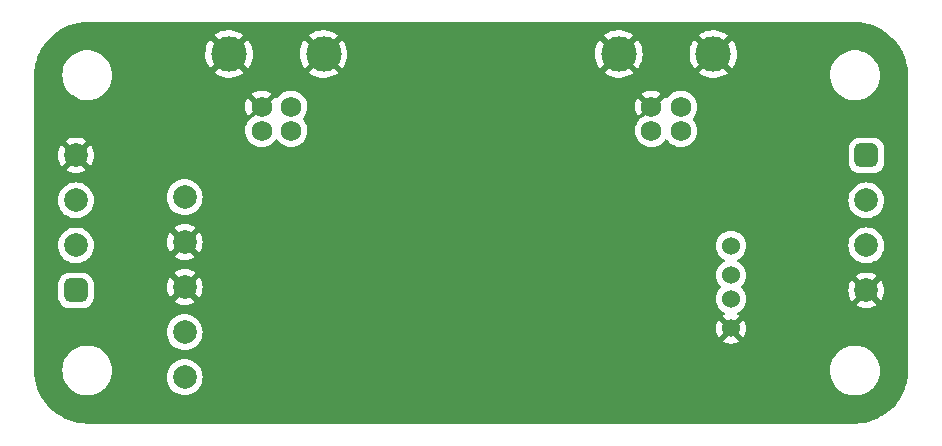
<source format=gbr>
%TF.GenerationSoftware,KiCad,Pcbnew,(6.0.10)*%
%TF.CreationDate,2023-01-06T10:26:07+00:00*%
%TF.ProjectId,USB,5553422e-6b69-4636-9164-5f7063625858,rev?*%
%TF.SameCoordinates,Original*%
%TF.FileFunction,Copper,L1,Top*%
%TF.FilePolarity,Positive*%
%FSLAX46Y46*%
G04 Gerber Fmt 4.6, Leading zero omitted, Abs format (unit mm)*
G04 Created by KiCad (PCBNEW (6.0.10)) date 2023-01-06 10:26:07*
%MOMM*%
%LPD*%
G01*
G04 APERTURE LIST*
G04 Aperture macros list*
%AMRoundRect*
0 Rectangle with rounded corners*
0 $1 Rounding radius*
0 $2 $3 $4 $5 $6 $7 $8 $9 X,Y pos of 4 corners*
0 Add a 4 corners polygon primitive as box body*
4,1,4,$2,$3,$4,$5,$6,$7,$8,$9,$2,$3,0*
0 Add four circle primitives for the rounded corners*
1,1,$1+$1,$2,$3*
1,1,$1+$1,$4,$5*
1,1,$1+$1,$6,$7*
1,1,$1+$1,$8,$9*
0 Add four rect primitives between the rounded corners*
20,1,$1+$1,$2,$3,$4,$5,0*
20,1,$1+$1,$4,$5,$6,$7,0*
20,1,$1+$1,$6,$7,$8,$9,0*
20,1,$1+$1,$8,$9,$2,$3,0*%
G04 Aperture macros list end*
%TA.AperFunction,ComponentPad*%
%ADD10RoundRect,0.500000X0.500000X-0.500000X0.500000X0.500000X-0.500000X0.500000X-0.500000X-0.500000X0*%
%TD*%
%TA.AperFunction,ComponentPad*%
%ADD11C,2.000000*%
%TD*%
%TA.AperFunction,ComponentPad*%
%ADD12C,1.750000*%
%TD*%
%TA.AperFunction,ComponentPad*%
%ADD13C,3.000000*%
%TD*%
%TA.AperFunction,ComponentPad*%
%ADD14RoundRect,0.500000X-0.500000X0.500000X-0.500000X-0.500000X0.500000X-0.500000X0.500000X0.500000X0*%
%TD*%
%TA.AperFunction,ComponentPad*%
%ADD15C,1.524000*%
%TD*%
G04 APERTURE END LIST*
D10*
%TO.P,J4,1,Pin_1*%
%TO.N,+5V*%
X125110000Y-140875000D03*
D11*
%TO.P,J4,2,Pin_2*%
%TO.N,A*%
X125110000Y-137065000D03*
%TO.P,J4,3,Pin_3*%
%TO.N,B*%
X125110000Y-133255000D03*
%TO.P,J4,4,Pin_4*%
%TO.N,GND*%
X125110000Y-129445000D03*
%TD*%
D12*
%TO.P,J1,1,VBUS*%
%TO.N,Net-(J1-Pad1)*%
X173820000Y-127345000D03*
%TO.P,J1,2,D-*%
%TO.N,Net-(J1-Pad2)*%
X176320000Y-127345000D03*
%TO.P,J1,3,D+*%
%TO.N,Net-(J1-Pad3)*%
X176320000Y-125345000D03*
%TO.P,J1,4,GND*%
%TO.N,GND*%
X173820000Y-125345000D03*
D13*
%TO.P,J1,5,Shield*%
X171070000Y-120855000D03*
X179070000Y-120855000D03*
%TD*%
D14*
%TO.P,J3,1,Pin_1*%
%TO.N,VBUS*%
X192030000Y-129445000D03*
D11*
%TO.P,J3,2,Pin_2*%
%TO.N,RX*%
X192030000Y-133255000D03*
%TO.P,J3,3,Pin_3*%
%TO.N,TX*%
X192030000Y-137065000D03*
%TO.P,J3,4,Pin_4*%
%TO.N,GND*%
X192030000Y-140875000D03*
%TD*%
D12*
%TO.P,J2,1,VBUS*%
%TO.N,VBUS*%
X140820000Y-127345000D03*
%TO.P,J2,2,D-*%
%TO.N,TX*%
X143320000Y-127345000D03*
%TO.P,J2,3,D+*%
%TO.N,RX*%
X143320000Y-125345000D03*
%TO.P,J2,4,GND*%
%TO.N,GND*%
X140820000Y-125345000D03*
D13*
%TO.P,J2,5,Shield*%
X146070000Y-120855000D03*
X138070000Y-120855000D03*
%TD*%
D15*
%TO.P,U1,1,VBUS*%
%TO.N,Net-(J1-Pad1)*%
X180570000Y-137100000D03*
%TO.P,U1,2,D-*%
%TO.N,Net-(J1-Pad2)*%
X180570000Y-139600000D03*
%TO.P,U1,3,D+*%
%TO.N,Net-(J1-Pad3)*%
X180570000Y-141600000D03*
%TO.P,U1,4,GND*%
%TO.N,GND*%
X180570000Y-144100000D03*
D11*
%TO.P,U1,5,A*%
%TO.N,A*%
X134320000Y-148220000D03*
%TO.P,U1,6,B*%
%TO.N,B*%
X134320000Y-144410000D03*
%TO.P,U1,7,GND*%
%TO.N,GND*%
X134320000Y-140600000D03*
%TO.P,U1,8,GND*%
X134320000Y-136790000D03*
%TO.P,U1,9,5V*%
%TO.N,+5V*%
X134320000Y-132980000D03*
%TD*%
%TA.AperFunction,Conductor*%
%TO.N,GND*%
G36*
X191040018Y-118170000D02*
G01*
X191054851Y-118172310D01*
X191054855Y-118172310D01*
X191063724Y-118173691D01*
X191084183Y-118171016D01*
X191106007Y-118170072D01*
X191455965Y-118185352D01*
X191466913Y-118186310D01*
X191844498Y-118236019D01*
X191855307Y-118237926D01*
X192227114Y-118320353D01*
X192237731Y-118323198D01*
X192600939Y-118437718D01*
X192611254Y-118441471D01*
X192963123Y-118587220D01*
X192973067Y-118591858D01*
X193310867Y-118767705D01*
X193320387Y-118773201D01*
X193641574Y-118977820D01*
X193650578Y-118984124D01*
X193952716Y-119215962D01*
X193961137Y-119223028D01*
X194241914Y-119480314D01*
X194249686Y-119488086D01*
X194506972Y-119768863D01*
X194514038Y-119777284D01*
X194745876Y-120079422D01*
X194752180Y-120088426D01*
X194956799Y-120409613D01*
X194962294Y-120419132D01*
X195093066Y-120670341D01*
X195138138Y-120756924D01*
X195142780Y-120766877D01*
X195288526Y-121118739D01*
X195292282Y-121129061D01*
X195356737Y-121333482D01*
X195406802Y-121492268D01*
X195409647Y-121502885D01*
X195479251Y-121816848D01*
X195492073Y-121874685D01*
X195493981Y-121885502D01*
X195518204Y-122069497D01*
X195543690Y-122263086D01*
X195544648Y-122274035D01*
X195552098Y-122444654D01*
X195559603Y-122616552D01*
X195558223Y-122641429D01*
X195556309Y-122653724D01*
X195557473Y-122662626D01*
X195557473Y-122662628D01*
X195560436Y-122685283D01*
X195561500Y-122701621D01*
X195561500Y-147610633D01*
X195560000Y-147630018D01*
X195557690Y-147644851D01*
X195557690Y-147644855D01*
X195556309Y-147653724D01*
X195558984Y-147674183D01*
X195559928Y-147696007D01*
X195547251Y-147986337D01*
X195544648Y-148045964D01*
X195543690Y-148056913D01*
X195514997Y-148274866D01*
X195493982Y-148434490D01*
X195492074Y-148445307D01*
X195439428Y-148682782D01*
X195409647Y-148817114D01*
X195406802Y-148827731D01*
X195316802Y-149113175D01*
X195292285Y-149190932D01*
X195288529Y-149201254D01*
X195142823Y-149553021D01*
X195142784Y-149553114D01*
X195138142Y-149563067D01*
X194975953Y-149874631D01*
X194962295Y-149900867D01*
X194956799Y-149910387D01*
X194752180Y-150231574D01*
X194745876Y-150240578D01*
X194514038Y-150542716D01*
X194506972Y-150551137D01*
X194249686Y-150831914D01*
X194241914Y-150839686D01*
X193961137Y-151096972D01*
X193952716Y-151104038D01*
X193650578Y-151335876D01*
X193641574Y-151342180D01*
X193320387Y-151546799D01*
X193310868Y-151552294D01*
X192973067Y-151728142D01*
X192963123Y-151732780D01*
X192611254Y-151878529D01*
X192600939Y-151882282D01*
X192237732Y-151996802D01*
X192227115Y-151999647D01*
X191855307Y-152082074D01*
X191844498Y-152083981D01*
X191466914Y-152133690D01*
X191455965Y-152134648D01*
X191113446Y-152149603D01*
X191088571Y-152148223D01*
X191076276Y-152146309D01*
X191067374Y-152147473D01*
X191067372Y-152147473D01*
X191052323Y-152149441D01*
X191044714Y-152150436D01*
X191028379Y-152151500D01*
X126119367Y-152151500D01*
X126099982Y-152150000D01*
X126085149Y-152147690D01*
X126085145Y-152147690D01*
X126076276Y-152146309D01*
X126055817Y-152148984D01*
X126033993Y-152149928D01*
X125684035Y-152134648D01*
X125673086Y-152133690D01*
X125295502Y-152083981D01*
X125284693Y-152082074D01*
X124912885Y-151999647D01*
X124902268Y-151996802D01*
X124539061Y-151882282D01*
X124528746Y-151878529D01*
X124176877Y-151732780D01*
X124166933Y-151728142D01*
X123829132Y-151552294D01*
X123819613Y-151546799D01*
X123498426Y-151342180D01*
X123489422Y-151335876D01*
X123187284Y-151104038D01*
X123178863Y-151096972D01*
X122898086Y-150839686D01*
X122890314Y-150831914D01*
X122633028Y-150551137D01*
X122625962Y-150542716D01*
X122394124Y-150240578D01*
X122387820Y-150231574D01*
X122183201Y-149910387D01*
X122177705Y-149900867D01*
X122164047Y-149874631D01*
X122001858Y-149563067D01*
X121997216Y-149553114D01*
X121997178Y-149553021D01*
X121851471Y-149201254D01*
X121847715Y-149190932D01*
X121823199Y-149113175D01*
X121733198Y-148827731D01*
X121730353Y-148817114D01*
X121700572Y-148682782D01*
X121647926Y-148445307D01*
X121646018Y-148434490D01*
X121625004Y-148274866D01*
X121596310Y-148056913D01*
X121595352Y-148045964D01*
X121592749Y-147986337D01*
X121580561Y-147707206D01*
X121582188Y-147680805D01*
X121582769Y-147677352D01*
X121582770Y-147677345D01*
X121583576Y-147672552D01*
X121583729Y-147660000D01*
X121580560Y-147637869D01*
X123956689Y-147637869D01*
X123973238Y-147924883D01*
X123974063Y-147929088D01*
X123974064Y-147929096D01*
X123996993Y-148045964D01*
X124028586Y-148206995D01*
X124029973Y-148211045D01*
X124029974Y-148211050D01*
X124115731Y-148461524D01*
X124121710Y-148478986D01*
X124123637Y-148482817D01*
X124211310Y-148657135D01*
X124250885Y-148735822D01*
X124413721Y-148972750D01*
X124607206Y-149185388D01*
X124610501Y-149188143D01*
X124610502Y-149188144D01*
X124661258Y-149230582D01*
X124827759Y-149369798D01*
X125071298Y-149522571D01*
X125333318Y-149640877D01*
X125337437Y-149642097D01*
X125604857Y-149721311D01*
X125604862Y-149721312D01*
X125608970Y-149722529D01*
X125613204Y-149723177D01*
X125613209Y-149723178D01*
X125861811Y-149761219D01*
X125893153Y-149766015D01*
X126039485Y-149768314D01*
X126176317Y-149770464D01*
X126176323Y-149770464D01*
X126180608Y-149770531D01*
X126184860Y-149770016D01*
X126184868Y-149770016D01*
X126461756Y-149736508D01*
X126461761Y-149736507D01*
X126466017Y-149735992D01*
X126744097Y-149663039D01*
X127009704Y-149553021D01*
X127133813Y-149480497D01*
X127254219Y-149410138D01*
X127254220Y-149410137D01*
X127257922Y-149407974D01*
X127484159Y-149230582D01*
X127525285Y-149188144D01*
X127681244Y-149027206D01*
X127684227Y-149024128D01*
X127686760Y-149020680D01*
X127686764Y-149020675D01*
X127851887Y-148795886D01*
X127854425Y-148792431D01*
X127991604Y-148539779D01*
X128093225Y-148270848D01*
X128104871Y-148220000D01*
X132806835Y-148220000D01*
X132825465Y-148456711D01*
X132826619Y-148461518D01*
X132826620Y-148461524D01*
X132852050Y-148567445D01*
X132880895Y-148687594D01*
X132882788Y-148692165D01*
X132882789Y-148692167D01*
X132938942Y-148827732D01*
X132971760Y-148906963D01*
X132974346Y-148911183D01*
X133093241Y-149105202D01*
X133093245Y-149105208D01*
X133095824Y-149109416D01*
X133250031Y-149289969D01*
X133430584Y-149444176D01*
X133434792Y-149446755D01*
X133434798Y-149446759D01*
X133608202Y-149553021D01*
X133633037Y-149568240D01*
X133637607Y-149570133D01*
X133637611Y-149570135D01*
X133847833Y-149657211D01*
X133852406Y-149659105D01*
X133932609Y-149678360D01*
X134078476Y-149713380D01*
X134078482Y-149713381D01*
X134083289Y-149714535D01*
X134320000Y-149733165D01*
X134556711Y-149714535D01*
X134561518Y-149713381D01*
X134561524Y-149713380D01*
X134707391Y-149678360D01*
X134787594Y-149659105D01*
X134792167Y-149657211D01*
X135002389Y-149570135D01*
X135002393Y-149570133D01*
X135006963Y-149568240D01*
X135031798Y-149553021D01*
X135205202Y-149446759D01*
X135205208Y-149446755D01*
X135209416Y-149444176D01*
X135389969Y-149289969D01*
X135544176Y-149109416D01*
X135546755Y-149105208D01*
X135546759Y-149105202D01*
X135665654Y-148911183D01*
X135668240Y-148906963D01*
X135701059Y-148827732D01*
X135757211Y-148692167D01*
X135757212Y-148692165D01*
X135759105Y-148687594D01*
X135787950Y-148567445D01*
X135813380Y-148461524D01*
X135813381Y-148461518D01*
X135814535Y-148456711D01*
X135833165Y-148220000D01*
X135814535Y-147983289D01*
X135801525Y-147929096D01*
X135760260Y-147757218D01*
X135759105Y-147752406D01*
X135740184Y-147706726D01*
X135711663Y-147637869D01*
X188956689Y-147637869D01*
X188973238Y-147924883D01*
X188974063Y-147929088D01*
X188974064Y-147929096D01*
X188996993Y-148045964D01*
X189028586Y-148206995D01*
X189029973Y-148211045D01*
X189029974Y-148211050D01*
X189115731Y-148461524D01*
X189121710Y-148478986D01*
X189123637Y-148482817D01*
X189211310Y-148657135D01*
X189250885Y-148735822D01*
X189413721Y-148972750D01*
X189607206Y-149185388D01*
X189610501Y-149188143D01*
X189610502Y-149188144D01*
X189661258Y-149230582D01*
X189827759Y-149369798D01*
X190071298Y-149522571D01*
X190333318Y-149640877D01*
X190337437Y-149642097D01*
X190604857Y-149721311D01*
X190604862Y-149721312D01*
X190608970Y-149722529D01*
X190613204Y-149723177D01*
X190613209Y-149723178D01*
X190861811Y-149761219D01*
X190893153Y-149766015D01*
X191039485Y-149768314D01*
X191176317Y-149770464D01*
X191176323Y-149770464D01*
X191180608Y-149770531D01*
X191184860Y-149770016D01*
X191184868Y-149770016D01*
X191461756Y-149736508D01*
X191461761Y-149736507D01*
X191466017Y-149735992D01*
X191744097Y-149663039D01*
X192009704Y-149553021D01*
X192133813Y-149480497D01*
X192254219Y-149410138D01*
X192254220Y-149410137D01*
X192257922Y-149407974D01*
X192484159Y-149230582D01*
X192525285Y-149188144D01*
X192681244Y-149027206D01*
X192684227Y-149024128D01*
X192686760Y-149020680D01*
X192686764Y-149020675D01*
X192851887Y-148795886D01*
X192854425Y-148792431D01*
X192991604Y-148539779D01*
X193093225Y-148270848D01*
X193157407Y-147990613D01*
X193158491Y-147978476D01*
X193182743Y-147706726D01*
X193182743Y-147706724D01*
X193182963Y-147704260D01*
X193183050Y-147696011D01*
X193183401Y-147662484D01*
X193183401Y-147662483D01*
X193183427Y-147660000D01*
X193180326Y-147614514D01*
X193164165Y-147377452D01*
X193164164Y-147377446D01*
X193163873Y-147373175D01*
X193159336Y-147351264D01*
X193106443Y-147095855D01*
X193105574Y-147091658D01*
X193009607Y-146820657D01*
X192877750Y-146565188D01*
X192864488Y-146546317D01*
X192714904Y-146333482D01*
X192712441Y-146329977D01*
X192516740Y-146119378D01*
X192294268Y-145937287D01*
X192049142Y-145787073D01*
X192031048Y-145779130D01*
X191789830Y-145673243D01*
X191785898Y-145671517D01*
X191759963Y-145664129D01*
X191513534Y-145593932D01*
X191513535Y-145593932D01*
X191509406Y-145592756D01*
X191296704Y-145562485D01*
X191229036Y-145552854D01*
X191229034Y-145552854D01*
X191224784Y-145552249D01*
X191220495Y-145552227D01*
X191220488Y-145552226D01*
X190941583Y-145550765D01*
X190941576Y-145550765D01*
X190937297Y-145550743D01*
X190933053Y-145551302D01*
X190933049Y-145551302D01*
X190807660Y-145567810D01*
X190652266Y-145588268D01*
X190648126Y-145589401D01*
X190648124Y-145589401D01*
X190571311Y-145610415D01*
X190374964Y-145664129D01*
X190371016Y-145665813D01*
X190114476Y-145775237D01*
X190114472Y-145775239D01*
X190110524Y-145776923D01*
X189993081Y-145847211D01*
X189867521Y-145922357D01*
X189867517Y-145922360D01*
X189863839Y-145924561D01*
X189639472Y-146104313D01*
X189441577Y-146312851D01*
X189273814Y-146546317D01*
X189139288Y-146800392D01*
X189040489Y-147070373D01*
X188979245Y-147351264D01*
X188978909Y-147355534D01*
X188957196Y-147631428D01*
X188957195Y-147631428D01*
X188957196Y-147631430D01*
X188956689Y-147637869D01*
X135711663Y-147637869D01*
X135670135Y-147537611D01*
X135670133Y-147537607D01*
X135668240Y-147533037D01*
X135570276Y-147373175D01*
X135546759Y-147334798D01*
X135546755Y-147334792D01*
X135544176Y-147330584D01*
X135389969Y-147150031D01*
X135209416Y-146995824D01*
X135205208Y-146993245D01*
X135205202Y-146993241D01*
X135011183Y-146874346D01*
X135006963Y-146871760D01*
X135002393Y-146869867D01*
X135002389Y-146869865D01*
X134792167Y-146782789D01*
X134792165Y-146782788D01*
X134787594Y-146780895D01*
X134707391Y-146761640D01*
X134561524Y-146726620D01*
X134561518Y-146726619D01*
X134556711Y-146725465D01*
X134320000Y-146706835D01*
X134083289Y-146725465D01*
X134078482Y-146726619D01*
X134078476Y-146726620D01*
X133932609Y-146761640D01*
X133852406Y-146780895D01*
X133847835Y-146782788D01*
X133847833Y-146782789D01*
X133637611Y-146869865D01*
X133637607Y-146869867D01*
X133633037Y-146871760D01*
X133628817Y-146874346D01*
X133434798Y-146993241D01*
X133434792Y-146993245D01*
X133430584Y-146995824D01*
X133250031Y-147150031D01*
X133095824Y-147330584D01*
X133093245Y-147334792D01*
X133093241Y-147334798D01*
X133069724Y-147373175D01*
X132971760Y-147533037D01*
X132969867Y-147537607D01*
X132969865Y-147537611D01*
X132899816Y-147706726D01*
X132880895Y-147752406D01*
X132879740Y-147757218D01*
X132838476Y-147929096D01*
X132825465Y-147983289D01*
X132806835Y-148220000D01*
X128104871Y-148220000D01*
X128157407Y-147990613D01*
X128158491Y-147978476D01*
X128182743Y-147706726D01*
X128182743Y-147706724D01*
X128182963Y-147704260D01*
X128183050Y-147696011D01*
X128183401Y-147662484D01*
X128183401Y-147662483D01*
X128183427Y-147660000D01*
X128180326Y-147614514D01*
X128164165Y-147377452D01*
X128164164Y-147377446D01*
X128163873Y-147373175D01*
X128159336Y-147351264D01*
X128106443Y-147095855D01*
X128105574Y-147091658D01*
X128009607Y-146820657D01*
X127877750Y-146565188D01*
X127864488Y-146546317D01*
X127714904Y-146333482D01*
X127712441Y-146329977D01*
X127516740Y-146119378D01*
X127294268Y-145937287D01*
X127049142Y-145787073D01*
X127031048Y-145779130D01*
X126789830Y-145673243D01*
X126785898Y-145671517D01*
X126759963Y-145664129D01*
X126513534Y-145593932D01*
X126513535Y-145593932D01*
X126509406Y-145592756D01*
X126296704Y-145562485D01*
X126229036Y-145552854D01*
X126229034Y-145552854D01*
X126224784Y-145552249D01*
X126220495Y-145552227D01*
X126220488Y-145552226D01*
X125941583Y-145550765D01*
X125941576Y-145550765D01*
X125937297Y-145550743D01*
X125933053Y-145551302D01*
X125933049Y-145551302D01*
X125807660Y-145567810D01*
X125652266Y-145588268D01*
X125648126Y-145589401D01*
X125648124Y-145589401D01*
X125571311Y-145610415D01*
X125374964Y-145664129D01*
X125371016Y-145665813D01*
X125114476Y-145775237D01*
X125114472Y-145775239D01*
X125110524Y-145776923D01*
X124993081Y-145847211D01*
X124867521Y-145922357D01*
X124867517Y-145922360D01*
X124863839Y-145924561D01*
X124639472Y-146104313D01*
X124441577Y-146312851D01*
X124273814Y-146546317D01*
X124139288Y-146800392D01*
X124040489Y-147070373D01*
X123979245Y-147351264D01*
X123978909Y-147355534D01*
X123957196Y-147631428D01*
X123957195Y-147631428D01*
X123957196Y-147631430D01*
X123956689Y-147637869D01*
X121580560Y-147637869D01*
X121579773Y-147632376D01*
X121578500Y-147614514D01*
X121578500Y-144410000D01*
X132806835Y-144410000D01*
X132825465Y-144646711D01*
X132826619Y-144651518D01*
X132826620Y-144651524D01*
X132860879Y-144794223D01*
X132880895Y-144877594D01*
X132971760Y-145096963D01*
X132974346Y-145101183D01*
X133093241Y-145295202D01*
X133093245Y-145295208D01*
X133095824Y-145299416D01*
X133250031Y-145479969D01*
X133430584Y-145634176D01*
X133434792Y-145636755D01*
X133434798Y-145636759D01*
X133628817Y-145755654D01*
X133633037Y-145758240D01*
X133637607Y-145760133D01*
X133637611Y-145760135D01*
X133847833Y-145847211D01*
X133852406Y-145849105D01*
X133932609Y-145868360D01*
X134078476Y-145903380D01*
X134078482Y-145903381D01*
X134083289Y-145904535D01*
X134320000Y-145923165D01*
X134556711Y-145904535D01*
X134561518Y-145903381D01*
X134561524Y-145903380D01*
X134707391Y-145868360D01*
X134787594Y-145849105D01*
X134792167Y-145847211D01*
X135002389Y-145760135D01*
X135002393Y-145760133D01*
X135006963Y-145758240D01*
X135011183Y-145755654D01*
X135205202Y-145636759D01*
X135205208Y-145636755D01*
X135209416Y-145634176D01*
X135389969Y-145479969D01*
X135544176Y-145299416D01*
X135546755Y-145295208D01*
X135546759Y-145295202D01*
X135630360Y-145158777D01*
X179875777Y-145158777D01*
X179885074Y-145170793D01*
X179928069Y-145200898D01*
X179937555Y-145206376D01*
X180128993Y-145295645D01*
X180139285Y-145299391D01*
X180343309Y-145354059D01*
X180354104Y-145355962D01*
X180564525Y-145374372D01*
X180575475Y-145374372D01*
X180785896Y-145355962D01*
X180796691Y-145354059D01*
X181000715Y-145299391D01*
X181011007Y-145295645D01*
X181202445Y-145206376D01*
X181211931Y-145200898D01*
X181255764Y-145170207D01*
X181264139Y-145159729D01*
X181257071Y-145146281D01*
X180582812Y-144472022D01*
X180568868Y-144464408D01*
X180567035Y-144464539D01*
X180560420Y-144468790D01*
X179882207Y-145147003D01*
X179875777Y-145158777D01*
X135630360Y-145158777D01*
X135665654Y-145101183D01*
X135668240Y-145096963D01*
X135759105Y-144877594D01*
X135779121Y-144794223D01*
X135813380Y-144651524D01*
X135813381Y-144651518D01*
X135814535Y-144646711D01*
X135833165Y-144410000D01*
X135814535Y-144173289D01*
X135798255Y-144105475D01*
X179295628Y-144105475D01*
X179314038Y-144315896D01*
X179315941Y-144326691D01*
X179370609Y-144530715D01*
X179374355Y-144541007D01*
X179463623Y-144732441D01*
X179469103Y-144741932D01*
X179499794Y-144785765D01*
X179510271Y-144794140D01*
X179523718Y-144787072D01*
X180197978Y-144112812D01*
X180204356Y-144101132D01*
X180934408Y-144101132D01*
X180934539Y-144102965D01*
X180938790Y-144109580D01*
X181617003Y-144787793D01*
X181628777Y-144794223D01*
X181640793Y-144784926D01*
X181670897Y-144741932D01*
X181676377Y-144732441D01*
X181765645Y-144541007D01*
X181769391Y-144530715D01*
X181824059Y-144326691D01*
X181825962Y-144315896D01*
X181844372Y-144105475D01*
X181844372Y-144094525D01*
X181825962Y-143884104D01*
X181824059Y-143873309D01*
X181769391Y-143669285D01*
X181765645Y-143658993D01*
X181676377Y-143467559D01*
X181670897Y-143458068D01*
X181640206Y-143414235D01*
X181629729Y-143405860D01*
X181616282Y-143412928D01*
X180942022Y-144087188D01*
X180934408Y-144101132D01*
X180204356Y-144101132D01*
X180205592Y-144098868D01*
X180205461Y-144097035D01*
X180201210Y-144090420D01*
X179522997Y-143412207D01*
X179511223Y-143405777D01*
X179499207Y-143415074D01*
X179469103Y-143458068D01*
X179463623Y-143467559D01*
X179374355Y-143658993D01*
X179370609Y-143669285D01*
X179315941Y-143873309D01*
X179314038Y-143884104D01*
X179295628Y-144094525D01*
X179295628Y-144105475D01*
X135798255Y-144105475D01*
X135760260Y-143947218D01*
X135759105Y-143942406D01*
X135734956Y-143884104D01*
X135670135Y-143727611D01*
X135670133Y-143727607D01*
X135668240Y-143723037D01*
X135628994Y-143658993D01*
X135546759Y-143524798D01*
X135546755Y-143524792D01*
X135544176Y-143520584D01*
X135389969Y-143340031D01*
X135209416Y-143185824D01*
X135205208Y-143183245D01*
X135205202Y-143183241D01*
X135011183Y-143064346D01*
X135006963Y-143061760D01*
X135002393Y-143059867D01*
X135002389Y-143059865D01*
X134792167Y-142972789D01*
X134792165Y-142972788D01*
X134787594Y-142970895D01*
X134707391Y-142951640D01*
X134561524Y-142916620D01*
X134561518Y-142916619D01*
X134556711Y-142915465D01*
X134320000Y-142896835D01*
X134083289Y-142915465D01*
X134078482Y-142916619D01*
X134078476Y-142916620D01*
X133932609Y-142951640D01*
X133852406Y-142970895D01*
X133847835Y-142972788D01*
X133847833Y-142972789D01*
X133637611Y-143059865D01*
X133637607Y-143059867D01*
X133633037Y-143061760D01*
X133628817Y-143064346D01*
X133434798Y-143183241D01*
X133434792Y-143183245D01*
X133430584Y-143185824D01*
X133250031Y-143340031D01*
X133095824Y-143520584D01*
X133093245Y-143524792D01*
X133093241Y-143524798D01*
X133011006Y-143658993D01*
X132971760Y-143723037D01*
X132969867Y-143727607D01*
X132969865Y-143727611D01*
X132905044Y-143884104D01*
X132880895Y-143942406D01*
X132879740Y-143947218D01*
X132841746Y-144105475D01*
X132825465Y-144173289D01*
X132806835Y-144410000D01*
X121578500Y-144410000D01*
X121578500Y-141471328D01*
X123601500Y-141471328D01*
X123601808Y-141477408D01*
X123602733Y-141481995D01*
X123602733Y-141481996D01*
X123627631Y-141605475D01*
X123640900Y-141671284D01*
X123716905Y-141853873D01*
X123720332Y-141858992D01*
X123720334Y-141858996D01*
X123823496Y-142013099D01*
X123823500Y-142013104D01*
X123826927Y-142018223D01*
X123966777Y-142158073D01*
X123971896Y-142161500D01*
X123971901Y-142161504D01*
X124126004Y-142264666D01*
X124126008Y-142264668D01*
X124131127Y-142268095D01*
X124313716Y-142344100D01*
X124319752Y-142345317D01*
X124319755Y-142345318D01*
X124503004Y-142382267D01*
X124507592Y-142383192D01*
X124513672Y-142383500D01*
X125706328Y-142383500D01*
X125712408Y-142383192D01*
X125716996Y-142382267D01*
X125900245Y-142345318D01*
X125900248Y-142345317D01*
X125906284Y-142344100D01*
X126088873Y-142268095D01*
X126093992Y-142264668D01*
X126093996Y-142264666D01*
X126248099Y-142161504D01*
X126248104Y-142161500D01*
X126253223Y-142158073D01*
X126393073Y-142018223D01*
X126396500Y-142013104D01*
X126396504Y-142013099D01*
X126499666Y-141858996D01*
X126499668Y-141858992D01*
X126503095Y-141853873D01*
X126511921Y-141832670D01*
X133452160Y-141832670D01*
X133457887Y-141840320D01*
X133629042Y-141945205D01*
X133637837Y-141949687D01*
X133847988Y-142036734D01*
X133857373Y-142039783D01*
X134078554Y-142092885D01*
X134088301Y-142094428D01*
X134315070Y-142112275D01*
X134324930Y-142112275D01*
X134551699Y-142094428D01*
X134561446Y-142092885D01*
X134782627Y-142039783D01*
X134792012Y-142036734D01*
X135002163Y-141949687D01*
X135010958Y-141945205D01*
X135178445Y-141842568D01*
X135187907Y-141832110D01*
X135184124Y-141823334D01*
X134960790Y-141600000D01*
X179294647Y-141600000D01*
X179314022Y-141821463D01*
X179371560Y-142036196D01*
X179373882Y-142041177D01*
X179373883Y-142041178D01*
X179463186Y-142232689D01*
X179463189Y-142232694D01*
X179465512Y-142237676D01*
X179468668Y-142242183D01*
X179468669Y-142242185D01*
X179567619Y-142383500D01*
X179593023Y-142419781D01*
X179750219Y-142576977D01*
X179754727Y-142580134D01*
X179754730Y-142580136D01*
X179830495Y-142633187D01*
X179932323Y-142704488D01*
X180000075Y-142736081D01*
X180053360Y-142782998D01*
X180072821Y-142851275D01*
X180052279Y-142919235D01*
X180000075Y-142964471D01*
X179937559Y-142993623D01*
X179928068Y-142999103D01*
X179884235Y-143029794D01*
X179875860Y-143040271D01*
X179882928Y-143053718D01*
X180557188Y-143727978D01*
X180571132Y-143735592D01*
X180572965Y-143735461D01*
X180579580Y-143731210D01*
X181257793Y-143052997D01*
X181264223Y-143041223D01*
X181254926Y-143029207D01*
X181211931Y-142999102D01*
X181202445Y-142993624D01*
X181139926Y-142964471D01*
X181086641Y-142917553D01*
X181067180Y-142849276D01*
X181087722Y-142781316D01*
X181139926Y-142736081D01*
X181202690Y-142706814D01*
X181202695Y-142706811D01*
X181207677Y-142704488D01*
X181309505Y-142633187D01*
X181385270Y-142580136D01*
X181385273Y-142580134D01*
X181389781Y-142576977D01*
X181546977Y-142419781D01*
X181572382Y-142383500D01*
X181671331Y-142242185D01*
X181671332Y-142242183D01*
X181674488Y-142237676D01*
X181676811Y-142232694D01*
X181676814Y-142232689D01*
X181735111Y-142107670D01*
X191162160Y-142107670D01*
X191167887Y-142115320D01*
X191339042Y-142220205D01*
X191347837Y-142224687D01*
X191557988Y-142311734D01*
X191567373Y-142314783D01*
X191788554Y-142367885D01*
X191798301Y-142369428D01*
X192025070Y-142387275D01*
X192034930Y-142387275D01*
X192261699Y-142369428D01*
X192271446Y-142367885D01*
X192492627Y-142314783D01*
X192502012Y-142311734D01*
X192712163Y-142224687D01*
X192720958Y-142220205D01*
X192888445Y-142117568D01*
X192897907Y-142107110D01*
X192894124Y-142098334D01*
X192042812Y-141247022D01*
X192028868Y-141239408D01*
X192027035Y-141239539D01*
X192020420Y-141243790D01*
X191168920Y-142095290D01*
X191162160Y-142107670D01*
X181735111Y-142107670D01*
X181766117Y-142041178D01*
X181766118Y-142041177D01*
X181768440Y-142036196D01*
X181825978Y-141821463D01*
X181845353Y-141600000D01*
X181825978Y-141378537D01*
X181768440Y-141163804D01*
X181746357Y-141116446D01*
X181676814Y-140967311D01*
X181676811Y-140967306D01*
X181674488Y-140962324D01*
X181671331Y-140957815D01*
X181616796Y-140879930D01*
X190517725Y-140879930D01*
X190535572Y-141106699D01*
X190537115Y-141116446D01*
X190590217Y-141337627D01*
X190593266Y-141347012D01*
X190680313Y-141557163D01*
X190684795Y-141565958D01*
X190787432Y-141733445D01*
X190797890Y-141742907D01*
X190806666Y-141739124D01*
X191657978Y-140887812D01*
X191664356Y-140876132D01*
X192394408Y-140876132D01*
X192394539Y-140877965D01*
X192398790Y-140884580D01*
X193250290Y-141736080D01*
X193262670Y-141742840D01*
X193270320Y-141737113D01*
X193375205Y-141565958D01*
X193379687Y-141557163D01*
X193466734Y-141347012D01*
X193469783Y-141337627D01*
X193522885Y-141116446D01*
X193524428Y-141106699D01*
X193542275Y-140879930D01*
X193542275Y-140870070D01*
X193524428Y-140643301D01*
X193522885Y-140633554D01*
X193469783Y-140412373D01*
X193466734Y-140402988D01*
X193379687Y-140192837D01*
X193375205Y-140184042D01*
X193272568Y-140016555D01*
X193262110Y-140007093D01*
X193253334Y-140010876D01*
X192402022Y-140862188D01*
X192394408Y-140876132D01*
X191664356Y-140876132D01*
X191665592Y-140873868D01*
X191665461Y-140872035D01*
X191661210Y-140865420D01*
X190809710Y-140013920D01*
X190797330Y-140007160D01*
X190789680Y-140012887D01*
X190684795Y-140184042D01*
X190680313Y-140192837D01*
X190593266Y-140402988D01*
X190590217Y-140412373D01*
X190537115Y-140633554D01*
X190535572Y-140643301D01*
X190517725Y-140870070D01*
X190517725Y-140879930D01*
X181616796Y-140879930D01*
X181550136Y-140784730D01*
X181550134Y-140784727D01*
X181546977Y-140780219D01*
X181455853Y-140689095D01*
X181421827Y-140626783D01*
X181426892Y-140555968D01*
X181455853Y-140510905D01*
X181546977Y-140419781D01*
X181645783Y-140278672D01*
X181671331Y-140242185D01*
X181671332Y-140242183D01*
X181674488Y-140237676D01*
X181676811Y-140232694D01*
X181676814Y-140232689D01*
X181766117Y-140041178D01*
X181766118Y-140041177D01*
X181768440Y-140036196D01*
X181825978Y-139821463D01*
X181841601Y-139642890D01*
X191162093Y-139642890D01*
X191165876Y-139651666D01*
X192017188Y-140502978D01*
X192031132Y-140510592D01*
X192032965Y-140510461D01*
X192039580Y-140506210D01*
X192891080Y-139654710D01*
X192897840Y-139642330D01*
X192892113Y-139634680D01*
X192720958Y-139529795D01*
X192712163Y-139525313D01*
X192502012Y-139438266D01*
X192492627Y-139435217D01*
X192271446Y-139382115D01*
X192261699Y-139380572D01*
X192034930Y-139362725D01*
X192025070Y-139362725D01*
X191798301Y-139380572D01*
X191788554Y-139382115D01*
X191567373Y-139435217D01*
X191557988Y-139438266D01*
X191347837Y-139525313D01*
X191339042Y-139529795D01*
X191171555Y-139632432D01*
X191162093Y-139642890D01*
X181841601Y-139642890D01*
X181845353Y-139600000D01*
X181825978Y-139378537D01*
X181768440Y-139163804D01*
X181766117Y-139158822D01*
X181676814Y-138967311D01*
X181676811Y-138967306D01*
X181674488Y-138962324D01*
X181546977Y-138780219D01*
X181389781Y-138623023D01*
X181385273Y-138619866D01*
X181385270Y-138619864D01*
X181299111Y-138559535D01*
X181207677Y-138495512D01*
X181202695Y-138493189D01*
X181202690Y-138493186D01*
X181140517Y-138464195D01*
X181087232Y-138417278D01*
X181067771Y-138349001D01*
X181088313Y-138281041D01*
X181140517Y-138235805D01*
X181202690Y-138206814D01*
X181202695Y-138206811D01*
X181207677Y-138204488D01*
X181312324Y-138131213D01*
X181385270Y-138080136D01*
X181385273Y-138080134D01*
X181389781Y-138076977D01*
X181546977Y-137919781D01*
X181661530Y-137756183D01*
X181671331Y-137742185D01*
X181671332Y-137742183D01*
X181674488Y-137737676D01*
X181676811Y-137732694D01*
X181676814Y-137732689D01*
X181766117Y-137541178D01*
X181766118Y-137541177D01*
X181768440Y-137536196D01*
X181825978Y-137321463D01*
X181845353Y-137100000D01*
X181842291Y-137065000D01*
X190516835Y-137065000D01*
X190535465Y-137301711D01*
X190536619Y-137306518D01*
X190536620Y-137306524D01*
X190571640Y-137452391D01*
X190590895Y-137532594D01*
X190592788Y-137537165D01*
X190592789Y-137537167D01*
X190677710Y-137742185D01*
X190681760Y-137751963D01*
X190684346Y-137756183D01*
X190803241Y-137950202D01*
X190803245Y-137950208D01*
X190805824Y-137954416D01*
X190960031Y-138134969D01*
X191140584Y-138289176D01*
X191144792Y-138291755D01*
X191144798Y-138291759D01*
X191239839Y-138350000D01*
X191343037Y-138413240D01*
X191347607Y-138415133D01*
X191347611Y-138415135D01*
X191549282Y-138498669D01*
X191562406Y-138504105D01*
X191642609Y-138523360D01*
X191788476Y-138558380D01*
X191788482Y-138558381D01*
X191793289Y-138559535D01*
X192030000Y-138578165D01*
X192266711Y-138559535D01*
X192271518Y-138558381D01*
X192271524Y-138558380D01*
X192417391Y-138523360D01*
X192497594Y-138504105D01*
X192510718Y-138498669D01*
X192712389Y-138415135D01*
X192712393Y-138415133D01*
X192716963Y-138413240D01*
X192820161Y-138350000D01*
X192915202Y-138291759D01*
X192915208Y-138291755D01*
X192919416Y-138289176D01*
X193099969Y-138134969D01*
X193254176Y-137954416D01*
X193256755Y-137950208D01*
X193256759Y-137950202D01*
X193375654Y-137756183D01*
X193378240Y-137751963D01*
X193382291Y-137742185D01*
X193467211Y-137537167D01*
X193467212Y-137537165D01*
X193469105Y-137532594D01*
X193488360Y-137452391D01*
X193523380Y-137306524D01*
X193523381Y-137306518D01*
X193524535Y-137301711D01*
X193543165Y-137065000D01*
X193524535Y-136828289D01*
X193516527Y-136794930D01*
X193470260Y-136602218D01*
X193469105Y-136597406D01*
X193467211Y-136592833D01*
X193380135Y-136382611D01*
X193380133Y-136382607D01*
X193378240Y-136378037D01*
X193315909Y-136276322D01*
X193256759Y-136179798D01*
X193256755Y-136179792D01*
X193254176Y-136175584D01*
X193099969Y-135995031D01*
X192919416Y-135840824D01*
X192915208Y-135838245D01*
X192915202Y-135838241D01*
X192721183Y-135719346D01*
X192716963Y-135716760D01*
X192712393Y-135714867D01*
X192712389Y-135714865D01*
X192502167Y-135627789D01*
X192502165Y-135627788D01*
X192497594Y-135625895D01*
X192417391Y-135606640D01*
X192271524Y-135571620D01*
X192271518Y-135571619D01*
X192266711Y-135570465D01*
X192030000Y-135551835D01*
X191793289Y-135570465D01*
X191788482Y-135571619D01*
X191788476Y-135571620D01*
X191642609Y-135606640D01*
X191562406Y-135625895D01*
X191557835Y-135627788D01*
X191557833Y-135627789D01*
X191347611Y-135714865D01*
X191347607Y-135714867D01*
X191343037Y-135716760D01*
X191338817Y-135719346D01*
X191144798Y-135838241D01*
X191144792Y-135838245D01*
X191140584Y-135840824D01*
X190960031Y-135995031D01*
X190805824Y-136175584D01*
X190803245Y-136179792D01*
X190803241Y-136179798D01*
X190744091Y-136276322D01*
X190681760Y-136378037D01*
X190679867Y-136382607D01*
X190679865Y-136382611D01*
X190592789Y-136592833D01*
X190590895Y-136597406D01*
X190589740Y-136602218D01*
X190543474Y-136794930D01*
X190535465Y-136828289D01*
X190516835Y-137065000D01*
X181842291Y-137065000D01*
X181825978Y-136878537D01*
X181768440Y-136663804D01*
X181714698Y-136548554D01*
X181676814Y-136467311D01*
X181676811Y-136467306D01*
X181674488Y-136462324D01*
X181648768Y-136425592D01*
X181550136Y-136284730D01*
X181550134Y-136284727D01*
X181546977Y-136280219D01*
X181389781Y-136123023D01*
X181385273Y-136119866D01*
X181385270Y-136119864D01*
X181212354Y-135998787D01*
X181207677Y-135995512D01*
X181202695Y-135993189D01*
X181202690Y-135993186D01*
X181011178Y-135903883D01*
X181011177Y-135903882D01*
X181006196Y-135901560D01*
X181000888Y-135900138D01*
X181000886Y-135900137D01*
X180935051Y-135882497D01*
X180791463Y-135844022D01*
X180570000Y-135824647D01*
X180348537Y-135844022D01*
X180204949Y-135882497D01*
X180139114Y-135900137D01*
X180139112Y-135900138D01*
X180133804Y-135901560D01*
X180128823Y-135903882D01*
X180128822Y-135903883D01*
X179937311Y-135993186D01*
X179937306Y-135993189D01*
X179932324Y-135995512D01*
X179927817Y-135998668D01*
X179927815Y-135998669D01*
X179754730Y-136119864D01*
X179754727Y-136119866D01*
X179750219Y-136123023D01*
X179593023Y-136280219D01*
X179589866Y-136284727D01*
X179589864Y-136284730D01*
X179491232Y-136425592D01*
X179465512Y-136462324D01*
X179463189Y-136467306D01*
X179463186Y-136467311D01*
X179425302Y-136548554D01*
X179371560Y-136663804D01*
X179314022Y-136878537D01*
X179294647Y-137100000D01*
X179314022Y-137321463D01*
X179371560Y-137536196D01*
X179373882Y-137541177D01*
X179373883Y-137541178D01*
X179463186Y-137732689D01*
X179463189Y-137732694D01*
X179465512Y-137737676D01*
X179468668Y-137742183D01*
X179468669Y-137742185D01*
X179478471Y-137756183D01*
X179593023Y-137919781D01*
X179750219Y-138076977D01*
X179754727Y-138080134D01*
X179754730Y-138080136D01*
X179827676Y-138131213D01*
X179932323Y-138204488D01*
X179937305Y-138206811D01*
X179937310Y-138206814D01*
X179999483Y-138235805D01*
X180052768Y-138282722D01*
X180072229Y-138350999D01*
X180051687Y-138418959D01*
X179999483Y-138464195D01*
X179937311Y-138493186D01*
X179937306Y-138493189D01*
X179932324Y-138495512D01*
X179927817Y-138498668D01*
X179927815Y-138498669D01*
X179754730Y-138619864D01*
X179754727Y-138619866D01*
X179750219Y-138623023D01*
X179593023Y-138780219D01*
X179465512Y-138962324D01*
X179463189Y-138967306D01*
X179463186Y-138967311D01*
X179373883Y-139158822D01*
X179371560Y-139163804D01*
X179314022Y-139378537D01*
X179294647Y-139600000D01*
X179314022Y-139821463D01*
X179371560Y-140036196D01*
X179373882Y-140041177D01*
X179373883Y-140041178D01*
X179463186Y-140232689D01*
X179463189Y-140232694D01*
X179465512Y-140237676D01*
X179468668Y-140242183D01*
X179468669Y-140242185D01*
X179494218Y-140278672D01*
X179593023Y-140419781D01*
X179684147Y-140510905D01*
X179718173Y-140573217D01*
X179713108Y-140644032D01*
X179684147Y-140689095D01*
X179593023Y-140780219D01*
X179589866Y-140784727D01*
X179589864Y-140784730D01*
X179468669Y-140957815D01*
X179465512Y-140962324D01*
X179463189Y-140967306D01*
X179463186Y-140967311D01*
X179393643Y-141116446D01*
X179371560Y-141163804D01*
X179314022Y-141378537D01*
X179294647Y-141600000D01*
X134960790Y-141600000D01*
X134332812Y-140972022D01*
X134318868Y-140964408D01*
X134317035Y-140964539D01*
X134310420Y-140968790D01*
X133458920Y-141820290D01*
X133452160Y-141832670D01*
X126511921Y-141832670D01*
X126579100Y-141671284D01*
X126592370Y-141605475D01*
X126617267Y-141481996D01*
X126617267Y-141481995D01*
X126618192Y-141477408D01*
X126618500Y-141471328D01*
X126618500Y-140604930D01*
X132807725Y-140604930D01*
X132825572Y-140831699D01*
X132827115Y-140841446D01*
X132880217Y-141062627D01*
X132883266Y-141072012D01*
X132970313Y-141282163D01*
X132974795Y-141290958D01*
X133077432Y-141458445D01*
X133087890Y-141467907D01*
X133096666Y-141464124D01*
X133947978Y-140612812D01*
X133954356Y-140601132D01*
X134684408Y-140601132D01*
X134684539Y-140602965D01*
X134688790Y-140609580D01*
X135540290Y-141461080D01*
X135552670Y-141467840D01*
X135560320Y-141462113D01*
X135665205Y-141290958D01*
X135669687Y-141282163D01*
X135756734Y-141072012D01*
X135759783Y-141062627D01*
X135812885Y-140841446D01*
X135814428Y-140831699D01*
X135832275Y-140604930D01*
X135832275Y-140595070D01*
X135814428Y-140368301D01*
X135812885Y-140358554D01*
X135759783Y-140137373D01*
X135756734Y-140127988D01*
X135669687Y-139917837D01*
X135665205Y-139909042D01*
X135562568Y-139741555D01*
X135552110Y-139732093D01*
X135543334Y-139735876D01*
X134692022Y-140587188D01*
X134684408Y-140601132D01*
X133954356Y-140601132D01*
X133955592Y-140598868D01*
X133955461Y-140597035D01*
X133951210Y-140590420D01*
X133099710Y-139738920D01*
X133087330Y-139732160D01*
X133079680Y-139737887D01*
X132974795Y-139909042D01*
X132970313Y-139917837D01*
X132883266Y-140127988D01*
X132880217Y-140137373D01*
X132827115Y-140358554D01*
X132825572Y-140368301D01*
X132807725Y-140595070D01*
X132807725Y-140604930D01*
X126618500Y-140604930D01*
X126618500Y-140278672D01*
X126618192Y-140272592D01*
X126602111Y-140192837D01*
X126580318Y-140084755D01*
X126580317Y-140084752D01*
X126579100Y-140078716D01*
X126503095Y-139896127D01*
X126499668Y-139891008D01*
X126499666Y-139891004D01*
X126396504Y-139736901D01*
X126396500Y-139736896D01*
X126393073Y-139731777D01*
X126253223Y-139591927D01*
X126248104Y-139588500D01*
X126248099Y-139588496D01*
X126093996Y-139485334D01*
X126093992Y-139485332D01*
X126088873Y-139481905D01*
X125906284Y-139405900D01*
X125900248Y-139404683D01*
X125900245Y-139404682D01*
X125717775Y-139367890D01*
X133452093Y-139367890D01*
X133455876Y-139376666D01*
X134307188Y-140227978D01*
X134321132Y-140235592D01*
X134322965Y-140235461D01*
X134329580Y-140231210D01*
X135181080Y-139379710D01*
X135187840Y-139367330D01*
X135182113Y-139359680D01*
X135010958Y-139254795D01*
X135002163Y-139250313D01*
X134792012Y-139163266D01*
X134782627Y-139160217D01*
X134561446Y-139107115D01*
X134551699Y-139105572D01*
X134324930Y-139087725D01*
X134315070Y-139087725D01*
X134088301Y-139105572D01*
X134078554Y-139107115D01*
X133857373Y-139160217D01*
X133847988Y-139163266D01*
X133637837Y-139250313D01*
X133629042Y-139254795D01*
X133461555Y-139357432D01*
X133452093Y-139367890D01*
X125717775Y-139367890D01*
X125716996Y-139367733D01*
X125716995Y-139367733D01*
X125712408Y-139366808D01*
X125706328Y-139366500D01*
X124513672Y-139366500D01*
X124507592Y-139366808D01*
X124503005Y-139367733D01*
X124503004Y-139367733D01*
X124319755Y-139404682D01*
X124319752Y-139404683D01*
X124313716Y-139405900D01*
X124131127Y-139481905D01*
X124126008Y-139485332D01*
X124126004Y-139485334D01*
X123971901Y-139588496D01*
X123971896Y-139588500D01*
X123966777Y-139591927D01*
X123826927Y-139731777D01*
X123823500Y-139736896D01*
X123823496Y-139736901D01*
X123720334Y-139891004D01*
X123720332Y-139891008D01*
X123716905Y-139896127D01*
X123640900Y-140078716D01*
X123639683Y-140084752D01*
X123639682Y-140084755D01*
X123617889Y-140192837D01*
X123601808Y-140272592D01*
X123601500Y-140278672D01*
X123601500Y-141471328D01*
X121578500Y-141471328D01*
X121578500Y-137065000D01*
X123596835Y-137065000D01*
X123615465Y-137301711D01*
X123616619Y-137306518D01*
X123616620Y-137306524D01*
X123651640Y-137452391D01*
X123670895Y-137532594D01*
X123672788Y-137537165D01*
X123672789Y-137537167D01*
X123757710Y-137742185D01*
X123761760Y-137751963D01*
X123764346Y-137756183D01*
X123883241Y-137950202D01*
X123883245Y-137950208D01*
X123885824Y-137954416D01*
X124040031Y-138134969D01*
X124220584Y-138289176D01*
X124224792Y-138291755D01*
X124224798Y-138291759D01*
X124319839Y-138350000D01*
X124423037Y-138413240D01*
X124427607Y-138415133D01*
X124427611Y-138415135D01*
X124629282Y-138498669D01*
X124642406Y-138504105D01*
X124722609Y-138523360D01*
X124868476Y-138558380D01*
X124868482Y-138558381D01*
X124873289Y-138559535D01*
X125110000Y-138578165D01*
X125346711Y-138559535D01*
X125351518Y-138558381D01*
X125351524Y-138558380D01*
X125497391Y-138523360D01*
X125577594Y-138504105D01*
X125590718Y-138498669D01*
X125792389Y-138415135D01*
X125792393Y-138415133D01*
X125796963Y-138413240D01*
X125900161Y-138350000D01*
X125995202Y-138291759D01*
X125995208Y-138291755D01*
X125999416Y-138289176D01*
X126179969Y-138134969D01*
X126275882Y-138022670D01*
X133452160Y-138022670D01*
X133457887Y-138030320D01*
X133629042Y-138135205D01*
X133637837Y-138139687D01*
X133847988Y-138226734D01*
X133857373Y-138229783D01*
X134078554Y-138282885D01*
X134088301Y-138284428D01*
X134315070Y-138302275D01*
X134324930Y-138302275D01*
X134551699Y-138284428D01*
X134561446Y-138282885D01*
X134782627Y-138229783D01*
X134792012Y-138226734D01*
X135002163Y-138139687D01*
X135010958Y-138135205D01*
X135178445Y-138032568D01*
X135187907Y-138022110D01*
X135184124Y-138013334D01*
X134332812Y-137162022D01*
X134318868Y-137154408D01*
X134317035Y-137154539D01*
X134310420Y-137158790D01*
X133458920Y-138010290D01*
X133452160Y-138022670D01*
X126275882Y-138022670D01*
X126334176Y-137954416D01*
X126336755Y-137950208D01*
X126336759Y-137950202D01*
X126455654Y-137756183D01*
X126458240Y-137751963D01*
X126462291Y-137742185D01*
X126547211Y-137537167D01*
X126547212Y-137537165D01*
X126549105Y-137532594D01*
X126568360Y-137452391D01*
X126603380Y-137306524D01*
X126603381Y-137306518D01*
X126604535Y-137301711D01*
X126623165Y-137065000D01*
X126604535Y-136828289D01*
X126596527Y-136794930D01*
X132807725Y-136794930D01*
X132825572Y-137021699D01*
X132827115Y-137031446D01*
X132880217Y-137252627D01*
X132883266Y-137262012D01*
X132970313Y-137472163D01*
X132974795Y-137480958D01*
X133077432Y-137648445D01*
X133087890Y-137657907D01*
X133096666Y-137654124D01*
X133947978Y-136802812D01*
X133954356Y-136791132D01*
X134684408Y-136791132D01*
X134684539Y-136792965D01*
X134688790Y-136799580D01*
X135540290Y-137651080D01*
X135552670Y-137657840D01*
X135560320Y-137652113D01*
X135665205Y-137480958D01*
X135669687Y-137472163D01*
X135756734Y-137262012D01*
X135759783Y-137252627D01*
X135812885Y-137031446D01*
X135814428Y-137021699D01*
X135832275Y-136794930D01*
X135832275Y-136785070D01*
X135814428Y-136558301D01*
X135812885Y-136548554D01*
X135759783Y-136327373D01*
X135756734Y-136317988D01*
X135669687Y-136107837D01*
X135665205Y-136099042D01*
X135562568Y-135931555D01*
X135552110Y-135922093D01*
X135543334Y-135925876D01*
X134692022Y-136777188D01*
X134684408Y-136791132D01*
X133954356Y-136791132D01*
X133955592Y-136788868D01*
X133955461Y-136787035D01*
X133951210Y-136780420D01*
X133099710Y-135928920D01*
X133087330Y-135922160D01*
X133079680Y-135927887D01*
X132974795Y-136099042D01*
X132970313Y-136107837D01*
X132883266Y-136317988D01*
X132880217Y-136327373D01*
X132827115Y-136548554D01*
X132825572Y-136558301D01*
X132807725Y-136785070D01*
X132807725Y-136794930D01*
X126596527Y-136794930D01*
X126550260Y-136602218D01*
X126549105Y-136597406D01*
X126547211Y-136592833D01*
X126460135Y-136382611D01*
X126460133Y-136382607D01*
X126458240Y-136378037D01*
X126395909Y-136276322D01*
X126336759Y-136179798D01*
X126336755Y-136179792D01*
X126334176Y-136175584D01*
X126179969Y-135995031D01*
X125999416Y-135840824D01*
X125995208Y-135838245D01*
X125995202Y-135838241D01*
X125801183Y-135719346D01*
X125796963Y-135716760D01*
X125792393Y-135714867D01*
X125792389Y-135714865D01*
X125582167Y-135627789D01*
X125582165Y-135627788D01*
X125577594Y-135625895D01*
X125497391Y-135606640D01*
X125351524Y-135571620D01*
X125351518Y-135571619D01*
X125346711Y-135570465D01*
X125186934Y-135557890D01*
X133452093Y-135557890D01*
X133455876Y-135566666D01*
X134307188Y-136417978D01*
X134321132Y-136425592D01*
X134322965Y-136425461D01*
X134329580Y-136421210D01*
X135181080Y-135569710D01*
X135187840Y-135557330D01*
X135182113Y-135549680D01*
X135010958Y-135444795D01*
X135002163Y-135440313D01*
X134792012Y-135353266D01*
X134782627Y-135350217D01*
X134561446Y-135297115D01*
X134551699Y-135295572D01*
X134324930Y-135277725D01*
X134315070Y-135277725D01*
X134088301Y-135295572D01*
X134078554Y-135297115D01*
X133857373Y-135350217D01*
X133847988Y-135353266D01*
X133637837Y-135440313D01*
X133629042Y-135444795D01*
X133461555Y-135547432D01*
X133452093Y-135557890D01*
X125186934Y-135557890D01*
X125110000Y-135551835D01*
X124873289Y-135570465D01*
X124868482Y-135571619D01*
X124868476Y-135571620D01*
X124722609Y-135606640D01*
X124642406Y-135625895D01*
X124637835Y-135627788D01*
X124637833Y-135627789D01*
X124427611Y-135714865D01*
X124427607Y-135714867D01*
X124423037Y-135716760D01*
X124418817Y-135719346D01*
X124224798Y-135838241D01*
X124224792Y-135838245D01*
X124220584Y-135840824D01*
X124040031Y-135995031D01*
X123885824Y-136175584D01*
X123883245Y-136179792D01*
X123883241Y-136179798D01*
X123824091Y-136276322D01*
X123761760Y-136378037D01*
X123759867Y-136382607D01*
X123759865Y-136382611D01*
X123672789Y-136592833D01*
X123670895Y-136597406D01*
X123669740Y-136602218D01*
X123623474Y-136794930D01*
X123615465Y-136828289D01*
X123596835Y-137065000D01*
X121578500Y-137065000D01*
X121578500Y-133255000D01*
X123596835Y-133255000D01*
X123615465Y-133491711D01*
X123670895Y-133722594D01*
X123672788Y-133727165D01*
X123672789Y-133727167D01*
X123729965Y-133865202D01*
X123761760Y-133941963D01*
X123764346Y-133946183D01*
X123883241Y-134140202D01*
X123883245Y-134140208D01*
X123885824Y-134144416D01*
X124040031Y-134324969D01*
X124220584Y-134479176D01*
X124224792Y-134481755D01*
X124224798Y-134481759D01*
X124418817Y-134600654D01*
X124423037Y-134603240D01*
X124427607Y-134605133D01*
X124427611Y-134605135D01*
X124637833Y-134692211D01*
X124642406Y-134694105D01*
X124722609Y-134713360D01*
X124868476Y-134748380D01*
X124868482Y-134748381D01*
X124873289Y-134749535D01*
X125110000Y-134768165D01*
X125346711Y-134749535D01*
X125351518Y-134748381D01*
X125351524Y-134748380D01*
X125497391Y-134713360D01*
X125577594Y-134694105D01*
X125582167Y-134692211D01*
X125792389Y-134605135D01*
X125792393Y-134605133D01*
X125796963Y-134603240D01*
X125801183Y-134600654D01*
X125995202Y-134481759D01*
X125995208Y-134481755D01*
X125999416Y-134479176D01*
X126179969Y-134324969D01*
X126334176Y-134144416D01*
X126336755Y-134140208D01*
X126336759Y-134140202D01*
X126455654Y-133946183D01*
X126458240Y-133941963D01*
X126490036Y-133865202D01*
X126547211Y-133727167D01*
X126547212Y-133727165D01*
X126549105Y-133722594D01*
X126604535Y-133491711D01*
X126623165Y-133255000D01*
X126604535Y-133018289D01*
X126596527Y-132984930D01*
X126595343Y-132980000D01*
X132806835Y-132980000D01*
X132825465Y-133216711D01*
X132826619Y-133221518D01*
X132826620Y-133221524D01*
X132834657Y-133255000D01*
X132880895Y-133447594D01*
X132971760Y-133666963D01*
X132974346Y-133671183D01*
X133093241Y-133865202D01*
X133093245Y-133865208D01*
X133095824Y-133869416D01*
X133250031Y-134049969D01*
X133430584Y-134204176D01*
X133434792Y-134206755D01*
X133434798Y-134206759D01*
X133621570Y-134321213D01*
X133633037Y-134328240D01*
X133637607Y-134330133D01*
X133637611Y-134330135D01*
X133847833Y-134417211D01*
X133852406Y-134419105D01*
X133932609Y-134438360D01*
X134078476Y-134473380D01*
X134078482Y-134473381D01*
X134083289Y-134474535D01*
X134320000Y-134493165D01*
X134556711Y-134474535D01*
X134561518Y-134473381D01*
X134561524Y-134473380D01*
X134707391Y-134438360D01*
X134787594Y-134419105D01*
X134792167Y-134417211D01*
X135002389Y-134330135D01*
X135002393Y-134330133D01*
X135006963Y-134328240D01*
X135018430Y-134321213D01*
X135205202Y-134206759D01*
X135205208Y-134206755D01*
X135209416Y-134204176D01*
X135389969Y-134049969D01*
X135544176Y-133869416D01*
X135546755Y-133865208D01*
X135546759Y-133865202D01*
X135665654Y-133671183D01*
X135668240Y-133666963D01*
X135759105Y-133447594D01*
X135805343Y-133255000D01*
X190516835Y-133255000D01*
X190535465Y-133491711D01*
X190590895Y-133722594D01*
X190592788Y-133727165D01*
X190592789Y-133727167D01*
X190649965Y-133865202D01*
X190681760Y-133941963D01*
X190684346Y-133946183D01*
X190803241Y-134140202D01*
X190803245Y-134140208D01*
X190805824Y-134144416D01*
X190960031Y-134324969D01*
X191140584Y-134479176D01*
X191144792Y-134481755D01*
X191144798Y-134481759D01*
X191338817Y-134600654D01*
X191343037Y-134603240D01*
X191347607Y-134605133D01*
X191347611Y-134605135D01*
X191557833Y-134692211D01*
X191562406Y-134694105D01*
X191642609Y-134713360D01*
X191788476Y-134748380D01*
X191788482Y-134748381D01*
X191793289Y-134749535D01*
X192030000Y-134768165D01*
X192266711Y-134749535D01*
X192271518Y-134748381D01*
X192271524Y-134748380D01*
X192417391Y-134713360D01*
X192497594Y-134694105D01*
X192502167Y-134692211D01*
X192712389Y-134605135D01*
X192712393Y-134605133D01*
X192716963Y-134603240D01*
X192721183Y-134600654D01*
X192915202Y-134481759D01*
X192915208Y-134481755D01*
X192919416Y-134479176D01*
X193099969Y-134324969D01*
X193254176Y-134144416D01*
X193256755Y-134140208D01*
X193256759Y-134140202D01*
X193375654Y-133946183D01*
X193378240Y-133941963D01*
X193410036Y-133865202D01*
X193467211Y-133727167D01*
X193467212Y-133727165D01*
X193469105Y-133722594D01*
X193524535Y-133491711D01*
X193543165Y-133255000D01*
X193524535Y-133018289D01*
X193516527Y-132984930D01*
X193470260Y-132792218D01*
X193469105Y-132787406D01*
X193378240Y-132568037D01*
X193341347Y-132507833D01*
X193256759Y-132369798D01*
X193256755Y-132369792D01*
X193254176Y-132365584D01*
X193099969Y-132185031D01*
X192919416Y-132030824D01*
X192915208Y-132028245D01*
X192915202Y-132028241D01*
X192721183Y-131909346D01*
X192716963Y-131906760D01*
X192712393Y-131904867D01*
X192712389Y-131904865D01*
X192502167Y-131817789D01*
X192502165Y-131817788D01*
X192497594Y-131815895D01*
X192417391Y-131796640D01*
X192271524Y-131761620D01*
X192271518Y-131761619D01*
X192266711Y-131760465D01*
X192030000Y-131741835D01*
X191793289Y-131760465D01*
X191788482Y-131761619D01*
X191788476Y-131761620D01*
X191642609Y-131796640D01*
X191562406Y-131815895D01*
X191557835Y-131817788D01*
X191557833Y-131817789D01*
X191347611Y-131904865D01*
X191347607Y-131904867D01*
X191343037Y-131906760D01*
X191338817Y-131909346D01*
X191144798Y-132028241D01*
X191144792Y-132028245D01*
X191140584Y-132030824D01*
X190960031Y-132185031D01*
X190805824Y-132365584D01*
X190803245Y-132369792D01*
X190803241Y-132369798D01*
X190718653Y-132507833D01*
X190681760Y-132568037D01*
X190590895Y-132787406D01*
X190589740Y-132792218D01*
X190543474Y-132984930D01*
X190535465Y-133018289D01*
X190516835Y-133255000D01*
X135805343Y-133255000D01*
X135813380Y-133221524D01*
X135813381Y-133221518D01*
X135814535Y-133216711D01*
X135833165Y-132980000D01*
X135814535Y-132743289D01*
X135759105Y-132512406D01*
X135757211Y-132507833D01*
X135670135Y-132297611D01*
X135670133Y-132297607D01*
X135668240Y-132293037D01*
X135665654Y-132288817D01*
X135546759Y-132094798D01*
X135546755Y-132094792D01*
X135544176Y-132090584D01*
X135389969Y-131910031D01*
X135209416Y-131755824D01*
X135205208Y-131753245D01*
X135205202Y-131753241D01*
X135011183Y-131634346D01*
X135006963Y-131631760D01*
X135002393Y-131629867D01*
X135002389Y-131629865D01*
X134792167Y-131542789D01*
X134792165Y-131542788D01*
X134787594Y-131540895D01*
X134707391Y-131521640D01*
X134561524Y-131486620D01*
X134561518Y-131486619D01*
X134556711Y-131485465D01*
X134320000Y-131466835D01*
X134083289Y-131485465D01*
X134078482Y-131486619D01*
X134078476Y-131486620D01*
X133932609Y-131521640D01*
X133852406Y-131540895D01*
X133847835Y-131542788D01*
X133847833Y-131542789D01*
X133637611Y-131629865D01*
X133637607Y-131629867D01*
X133633037Y-131631760D01*
X133628817Y-131634346D01*
X133434798Y-131753241D01*
X133434792Y-131753245D01*
X133430584Y-131755824D01*
X133250031Y-131910031D01*
X133095824Y-132090584D01*
X133093245Y-132094792D01*
X133093241Y-132094798D01*
X132974346Y-132288817D01*
X132971760Y-132293037D01*
X132969867Y-132297607D01*
X132969865Y-132297611D01*
X132882789Y-132507833D01*
X132880895Y-132512406D01*
X132825465Y-132743289D01*
X132806835Y-132980000D01*
X126595343Y-132980000D01*
X126550260Y-132792218D01*
X126549105Y-132787406D01*
X126458240Y-132568037D01*
X126421347Y-132507833D01*
X126336759Y-132369798D01*
X126336755Y-132369792D01*
X126334176Y-132365584D01*
X126179969Y-132185031D01*
X125999416Y-132030824D01*
X125995208Y-132028245D01*
X125995202Y-132028241D01*
X125801183Y-131909346D01*
X125796963Y-131906760D01*
X125792393Y-131904867D01*
X125792389Y-131904865D01*
X125582167Y-131817789D01*
X125582165Y-131817788D01*
X125577594Y-131815895D01*
X125497391Y-131796640D01*
X125351524Y-131761620D01*
X125351518Y-131761619D01*
X125346711Y-131760465D01*
X125110000Y-131741835D01*
X124873289Y-131760465D01*
X124868482Y-131761619D01*
X124868476Y-131761620D01*
X124722609Y-131796640D01*
X124642406Y-131815895D01*
X124637835Y-131817788D01*
X124637833Y-131817789D01*
X124427611Y-131904865D01*
X124427607Y-131904867D01*
X124423037Y-131906760D01*
X124418817Y-131909346D01*
X124224798Y-132028241D01*
X124224792Y-132028245D01*
X124220584Y-132030824D01*
X124040031Y-132185031D01*
X123885824Y-132365584D01*
X123883245Y-132369792D01*
X123883241Y-132369798D01*
X123798653Y-132507833D01*
X123761760Y-132568037D01*
X123670895Y-132787406D01*
X123669740Y-132792218D01*
X123623474Y-132984930D01*
X123615465Y-133018289D01*
X123596835Y-133255000D01*
X121578500Y-133255000D01*
X121578500Y-130677670D01*
X124242160Y-130677670D01*
X124247887Y-130685320D01*
X124419042Y-130790205D01*
X124427837Y-130794687D01*
X124637988Y-130881734D01*
X124647373Y-130884783D01*
X124868554Y-130937885D01*
X124878301Y-130939428D01*
X125105070Y-130957275D01*
X125114930Y-130957275D01*
X125341699Y-130939428D01*
X125351446Y-130937885D01*
X125572627Y-130884783D01*
X125582012Y-130881734D01*
X125792163Y-130794687D01*
X125800958Y-130790205D01*
X125968445Y-130687568D01*
X125977907Y-130677110D01*
X125974124Y-130668334D01*
X125122812Y-129817022D01*
X125108868Y-129809408D01*
X125107035Y-129809539D01*
X125100420Y-129813790D01*
X124248920Y-130665290D01*
X124242160Y-130677670D01*
X121578500Y-130677670D01*
X121578500Y-129449930D01*
X123597725Y-129449930D01*
X123615572Y-129676699D01*
X123617115Y-129686446D01*
X123670217Y-129907627D01*
X123673266Y-129917012D01*
X123760313Y-130127163D01*
X123764795Y-130135958D01*
X123867432Y-130303445D01*
X123877890Y-130312907D01*
X123886666Y-130309124D01*
X124737978Y-129457812D01*
X124744356Y-129446132D01*
X125474408Y-129446132D01*
X125474539Y-129447965D01*
X125478790Y-129454580D01*
X126330290Y-130306080D01*
X126342670Y-130312840D01*
X126350320Y-130307113D01*
X126455205Y-130135958D01*
X126459687Y-130127163D01*
X126495241Y-130041328D01*
X190521500Y-130041328D01*
X190521808Y-130047408D01*
X190522733Y-130051995D01*
X190522733Y-130051996D01*
X190539663Y-130135958D01*
X190560900Y-130241284D01*
X190636905Y-130423873D01*
X190640332Y-130428992D01*
X190640334Y-130428996D01*
X190743496Y-130583099D01*
X190743500Y-130583104D01*
X190746927Y-130588223D01*
X190886777Y-130728073D01*
X190891896Y-130731500D01*
X190891901Y-130731504D01*
X191046004Y-130834666D01*
X191046008Y-130834668D01*
X191051127Y-130838095D01*
X191233716Y-130914100D01*
X191239752Y-130915317D01*
X191239755Y-130915318D01*
X191423004Y-130952267D01*
X191427592Y-130953192D01*
X191433672Y-130953500D01*
X192626328Y-130953500D01*
X192632408Y-130953192D01*
X192636996Y-130952267D01*
X192820245Y-130915318D01*
X192820248Y-130915317D01*
X192826284Y-130914100D01*
X193008873Y-130838095D01*
X193013992Y-130834668D01*
X193013996Y-130834666D01*
X193168099Y-130731504D01*
X193168104Y-130731500D01*
X193173223Y-130728073D01*
X193313073Y-130588223D01*
X193316500Y-130583104D01*
X193316504Y-130583099D01*
X193419666Y-130428996D01*
X193419668Y-130428992D01*
X193423095Y-130423873D01*
X193499100Y-130241284D01*
X193520338Y-130135958D01*
X193537267Y-130051996D01*
X193537267Y-130051995D01*
X193538192Y-130047408D01*
X193538500Y-130041328D01*
X193538500Y-128848672D01*
X193538192Y-128842592D01*
X193522111Y-128762837D01*
X193500318Y-128654755D01*
X193500317Y-128654752D01*
X193499100Y-128648716D01*
X193423095Y-128466127D01*
X193419668Y-128461008D01*
X193419666Y-128461004D01*
X193316504Y-128306901D01*
X193316500Y-128306896D01*
X193313073Y-128301777D01*
X193173223Y-128161927D01*
X193168104Y-128158500D01*
X193168099Y-128158496D01*
X193013996Y-128055334D01*
X193013992Y-128055332D01*
X193008873Y-128051905D01*
X192826284Y-127975900D01*
X192820248Y-127974683D01*
X192820245Y-127974682D01*
X192636996Y-127937733D01*
X192636995Y-127937733D01*
X192632408Y-127936808D01*
X192626328Y-127936500D01*
X191433672Y-127936500D01*
X191427592Y-127936808D01*
X191423005Y-127937733D01*
X191423004Y-127937733D01*
X191239755Y-127974682D01*
X191239752Y-127974683D01*
X191233716Y-127975900D01*
X191051127Y-128051905D01*
X191046008Y-128055332D01*
X191046004Y-128055334D01*
X190891901Y-128158496D01*
X190891896Y-128158500D01*
X190886777Y-128161927D01*
X190746927Y-128301777D01*
X190743500Y-128306896D01*
X190743496Y-128306901D01*
X190640334Y-128461004D01*
X190640332Y-128461008D01*
X190636905Y-128466127D01*
X190560900Y-128648716D01*
X190559683Y-128654752D01*
X190559682Y-128654755D01*
X190537889Y-128762837D01*
X190521808Y-128842592D01*
X190521500Y-128848672D01*
X190521500Y-130041328D01*
X126495241Y-130041328D01*
X126546734Y-129917012D01*
X126549783Y-129907627D01*
X126602885Y-129686446D01*
X126604428Y-129676699D01*
X126622275Y-129449930D01*
X126622275Y-129440070D01*
X126604428Y-129213301D01*
X126602885Y-129203554D01*
X126549783Y-128982373D01*
X126546734Y-128972988D01*
X126459687Y-128762837D01*
X126455205Y-128754042D01*
X126352568Y-128586555D01*
X126342110Y-128577093D01*
X126333334Y-128580876D01*
X125482022Y-129432188D01*
X125474408Y-129446132D01*
X124744356Y-129446132D01*
X124745592Y-129443868D01*
X124745461Y-129442035D01*
X124741210Y-129435420D01*
X123889710Y-128583920D01*
X123877330Y-128577160D01*
X123869680Y-128582887D01*
X123764795Y-128754042D01*
X123760313Y-128762837D01*
X123673266Y-128972988D01*
X123670217Y-128982373D01*
X123617115Y-129203554D01*
X123615572Y-129213301D01*
X123597725Y-129440070D01*
X123597725Y-129449930D01*
X121578500Y-129449930D01*
X121578500Y-128212890D01*
X124242093Y-128212890D01*
X124245876Y-128221666D01*
X125097188Y-129072978D01*
X125111132Y-129080592D01*
X125112965Y-129080461D01*
X125119580Y-129076210D01*
X125971080Y-128224710D01*
X125977840Y-128212330D01*
X125972113Y-128204680D01*
X125800958Y-128099795D01*
X125792163Y-128095313D01*
X125582012Y-128008266D01*
X125572627Y-128005217D01*
X125351446Y-127952115D01*
X125341699Y-127950572D01*
X125114930Y-127932725D01*
X125105070Y-127932725D01*
X124878301Y-127950572D01*
X124868554Y-127952115D01*
X124647373Y-128005217D01*
X124637988Y-128008266D01*
X124427837Y-128095313D01*
X124419042Y-128099795D01*
X124251555Y-128202432D01*
X124242093Y-128212890D01*
X121578500Y-128212890D01*
X121578500Y-127311082D01*
X139432172Y-127311082D01*
X139432469Y-127316234D01*
X139432469Y-127316238D01*
X139437845Y-127409463D01*
X139445268Y-127538206D01*
X139446405Y-127543252D01*
X139446406Y-127543258D01*
X139466686Y-127633244D01*
X139495283Y-127760141D01*
X139580875Y-127970927D01*
X139699744Y-128164904D01*
X139848698Y-128336861D01*
X140023737Y-128482181D01*
X140028189Y-128484783D01*
X140028194Y-128484786D01*
X140215702Y-128594357D01*
X140220160Y-128596962D01*
X140432693Y-128678120D01*
X140437759Y-128679151D01*
X140437760Y-128679151D01*
X140536861Y-128699313D01*
X140655627Y-128723476D01*
X140783437Y-128728163D01*
X140877811Y-128731624D01*
X140877815Y-128731624D01*
X140882975Y-128731813D01*
X140888095Y-128731157D01*
X140888097Y-128731157D01*
X141103504Y-128703563D01*
X141103505Y-128703563D01*
X141108632Y-128702906D01*
X141191248Y-128678120D01*
X141321591Y-128639015D01*
X141321592Y-128639014D01*
X141326537Y-128637531D01*
X141530839Y-128537444D01*
X141535043Y-128534446D01*
X141535047Y-128534443D01*
X141711847Y-128408333D01*
X141711849Y-128408331D01*
X141716051Y-128405334D01*
X141877199Y-128244747D01*
X141967026Y-128119740D01*
X142023020Y-128076092D01*
X142093724Y-128069646D01*
X142156688Y-128102449D01*
X142176781Y-128127432D01*
X142199744Y-128164904D01*
X142348698Y-128336861D01*
X142523737Y-128482181D01*
X142528189Y-128484783D01*
X142528194Y-128484786D01*
X142715702Y-128594357D01*
X142720160Y-128596962D01*
X142932693Y-128678120D01*
X142937759Y-128679151D01*
X142937760Y-128679151D01*
X143036861Y-128699313D01*
X143155627Y-128723476D01*
X143283437Y-128728163D01*
X143377811Y-128731624D01*
X143377815Y-128731624D01*
X143382975Y-128731813D01*
X143388095Y-128731157D01*
X143388097Y-128731157D01*
X143603504Y-128703563D01*
X143603505Y-128703563D01*
X143608632Y-128702906D01*
X143691248Y-128678120D01*
X143821591Y-128639015D01*
X143821592Y-128639014D01*
X143826537Y-128637531D01*
X144030839Y-128537444D01*
X144035043Y-128534446D01*
X144035047Y-128534443D01*
X144211847Y-128408333D01*
X144211849Y-128408331D01*
X144216051Y-128405334D01*
X144377199Y-128244747D01*
X144391597Y-128224710D01*
X144506938Y-128064198D01*
X144506942Y-128064192D01*
X144509956Y-128059997D01*
X144610755Y-127856046D01*
X144676890Y-127638370D01*
X144690077Y-127538206D01*
X144706148Y-127416136D01*
X144706148Y-127416132D01*
X144706585Y-127412815D01*
X144708242Y-127345000D01*
X144705453Y-127311082D01*
X172432172Y-127311082D01*
X172432469Y-127316234D01*
X172432469Y-127316238D01*
X172437845Y-127409463D01*
X172445268Y-127538206D01*
X172446405Y-127543252D01*
X172446406Y-127543258D01*
X172466686Y-127633244D01*
X172495283Y-127760141D01*
X172580875Y-127970927D01*
X172699744Y-128164904D01*
X172848698Y-128336861D01*
X173023737Y-128482181D01*
X173028189Y-128484783D01*
X173028194Y-128484786D01*
X173215702Y-128594357D01*
X173220160Y-128596962D01*
X173432693Y-128678120D01*
X173437759Y-128679151D01*
X173437760Y-128679151D01*
X173536861Y-128699313D01*
X173655627Y-128723476D01*
X173783437Y-128728163D01*
X173877811Y-128731624D01*
X173877815Y-128731624D01*
X173882975Y-128731813D01*
X173888095Y-128731157D01*
X173888097Y-128731157D01*
X174103504Y-128703563D01*
X174103505Y-128703563D01*
X174108632Y-128702906D01*
X174191248Y-128678120D01*
X174321591Y-128639015D01*
X174321592Y-128639014D01*
X174326537Y-128637531D01*
X174530839Y-128537444D01*
X174535043Y-128534446D01*
X174535047Y-128534443D01*
X174711847Y-128408333D01*
X174711849Y-128408331D01*
X174716051Y-128405334D01*
X174877199Y-128244747D01*
X174967026Y-128119740D01*
X175023020Y-128076092D01*
X175093724Y-128069646D01*
X175156688Y-128102449D01*
X175176781Y-128127432D01*
X175199744Y-128164904D01*
X175348698Y-128336861D01*
X175523737Y-128482181D01*
X175528189Y-128484783D01*
X175528194Y-128484786D01*
X175715702Y-128594357D01*
X175720160Y-128596962D01*
X175932693Y-128678120D01*
X175937759Y-128679151D01*
X175937760Y-128679151D01*
X176036861Y-128699313D01*
X176155627Y-128723476D01*
X176283437Y-128728163D01*
X176377811Y-128731624D01*
X176377815Y-128731624D01*
X176382975Y-128731813D01*
X176388095Y-128731157D01*
X176388097Y-128731157D01*
X176603504Y-128703563D01*
X176603505Y-128703563D01*
X176608632Y-128702906D01*
X176691248Y-128678120D01*
X176821591Y-128639015D01*
X176821592Y-128639014D01*
X176826537Y-128637531D01*
X177030839Y-128537444D01*
X177035043Y-128534446D01*
X177035047Y-128534443D01*
X177211847Y-128408333D01*
X177211849Y-128408331D01*
X177216051Y-128405334D01*
X177377199Y-128244747D01*
X177391597Y-128224710D01*
X177506938Y-128064198D01*
X177506942Y-128064192D01*
X177509956Y-128059997D01*
X177610755Y-127856046D01*
X177676890Y-127638370D01*
X177690077Y-127538206D01*
X177706148Y-127416136D01*
X177706148Y-127416132D01*
X177706585Y-127412815D01*
X177708242Y-127345000D01*
X177689601Y-127118264D01*
X177634178Y-126897617D01*
X177543462Y-126688985D01*
X177419890Y-126497971D01*
X177392268Y-126467614D01*
X177359783Y-126431914D01*
X177328731Y-126368068D01*
X177337127Y-126297570D01*
X177364034Y-126257867D01*
X177373538Y-126248396D01*
X177373542Y-126248391D01*
X177377199Y-126244747D01*
X177432427Y-126167890D01*
X177506938Y-126064198D01*
X177506942Y-126064192D01*
X177509956Y-126059997D01*
X177610755Y-125856046D01*
X177676890Y-125638370D01*
X177706585Y-125412815D01*
X177708242Y-125345000D01*
X177689601Y-125118264D01*
X177634178Y-124897617D01*
X177576956Y-124766015D01*
X177545522Y-124693722D01*
X177545520Y-124693719D01*
X177543462Y-124688985D01*
X177436948Y-124524338D01*
X177422698Y-124502311D01*
X177422696Y-124502308D01*
X177419890Y-124497971D01*
X177266779Y-124329704D01*
X177088241Y-124188704D01*
X177050537Y-124167890D01*
X177035869Y-124159793D01*
X176889072Y-124078757D01*
X176884203Y-124077033D01*
X176884199Y-124077031D01*
X176679496Y-124004541D01*
X176679492Y-124004540D01*
X176674621Y-124002815D01*
X176669528Y-124001908D01*
X176669525Y-124001907D01*
X176455734Y-123963825D01*
X176455728Y-123963824D01*
X176450645Y-123962919D01*
X176377196Y-123962022D01*
X176228331Y-123960203D01*
X176228329Y-123960203D01*
X176223161Y-123960140D01*
X175998278Y-123994552D01*
X175782035Y-124065231D01*
X175777447Y-124067619D01*
X175777443Y-124067621D01*
X175750369Y-124081715D01*
X175580239Y-124170279D01*
X175576106Y-124173382D01*
X175576103Y-124173384D01*
X175496392Y-124233233D01*
X175398310Y-124306875D01*
X175394738Y-124310613D01*
X175299630Y-124410138D01*
X175241133Y-124471351D01*
X175238221Y-124475620D01*
X175173980Y-124569794D01*
X175119068Y-124614797D01*
X175048543Y-124622968D01*
X174984796Y-124591714D01*
X174979086Y-124584959D01*
X174960458Y-124568915D01*
X174950891Y-124573319D01*
X173564112Y-125960098D01*
X173504216Y-125993573D01*
X173503391Y-125993770D01*
X173498278Y-125994552D01*
X173282035Y-126065231D01*
X173277447Y-126067619D01*
X173277443Y-126067621D01*
X173180134Y-126118277D01*
X173080239Y-126170279D01*
X173076106Y-126173382D01*
X173076103Y-126173384D01*
X172910703Y-126297570D01*
X172898310Y-126306875D01*
X172741133Y-126471351D01*
X172612931Y-126659289D01*
X172610758Y-126663971D01*
X172610756Y-126663974D01*
X172570395Y-126750926D01*
X172517145Y-126865643D01*
X172456348Y-127084869D01*
X172432172Y-127311082D01*
X144705453Y-127311082D01*
X144689601Y-127118264D01*
X144634178Y-126897617D01*
X144543462Y-126688985D01*
X144419890Y-126497971D01*
X144392268Y-126467614D01*
X144359783Y-126431914D01*
X144328731Y-126368068D01*
X144337127Y-126297570D01*
X144364034Y-126257867D01*
X144373538Y-126248396D01*
X144373542Y-126248391D01*
X144377199Y-126244747D01*
X144432427Y-126167890D01*
X144506938Y-126064198D01*
X144506942Y-126064192D01*
X144509956Y-126059997D01*
X144610755Y-125856046D01*
X144676890Y-125638370D01*
X144706585Y-125412815D01*
X144708242Y-125345000D01*
X144705878Y-125316250D01*
X172432971Y-125316250D01*
X172445467Y-125532967D01*
X172446903Y-125543188D01*
X172494627Y-125754948D01*
X172497706Y-125764777D01*
X172579379Y-125965914D01*
X172584022Y-125975105D01*
X172668279Y-126112601D01*
X172678735Y-126122061D01*
X172687513Y-126118277D01*
X173447978Y-125357812D01*
X173455592Y-125343868D01*
X173455461Y-125342035D01*
X173451210Y-125335420D01*
X172691858Y-124576068D01*
X172680322Y-124569768D01*
X172668039Y-124579391D01*
X172616279Y-124655268D01*
X172611191Y-124664224D01*
X172519795Y-124861121D01*
X172516232Y-124870808D01*
X172458223Y-125079979D01*
X172456292Y-125090100D01*
X172433222Y-125305962D01*
X172432971Y-125316250D01*
X144705878Y-125316250D01*
X144689601Y-125118264D01*
X144634178Y-124897617D01*
X144576956Y-124766015D01*
X144545522Y-124693722D01*
X144545520Y-124693719D01*
X144543462Y-124688985D01*
X144436948Y-124524338D01*
X144422698Y-124502311D01*
X144422696Y-124502308D01*
X144419890Y-124497971D01*
X144266779Y-124329704D01*
X144107063Y-124203569D01*
X173043365Y-124203569D01*
X173050111Y-124215901D01*
X173807188Y-124972978D01*
X173821132Y-124980592D01*
X173822965Y-124980461D01*
X173829580Y-124976210D01*
X174591190Y-124214600D01*
X174598211Y-124201744D01*
X174590718Y-124191461D01*
X174583435Y-124186622D01*
X174393398Y-124081715D01*
X174383989Y-124077487D01*
X174179364Y-124005026D01*
X174169401Y-124002394D01*
X173955687Y-123964326D01*
X173945434Y-123963356D01*
X173728366Y-123960703D01*
X173718082Y-123961423D01*
X173503507Y-123994258D01*
X173493479Y-123996647D01*
X173287147Y-124064087D01*
X173277637Y-124068084D01*
X173085095Y-124168315D01*
X173076370Y-124173809D01*
X173051819Y-124192243D01*
X173043365Y-124203569D01*
X144107063Y-124203569D01*
X144088241Y-124188704D01*
X144050537Y-124167890D01*
X144035869Y-124159793D01*
X143889072Y-124078757D01*
X143884203Y-124077033D01*
X143884199Y-124077031D01*
X143679496Y-124004541D01*
X143679492Y-124004540D01*
X143674621Y-124002815D01*
X143669528Y-124001908D01*
X143669525Y-124001907D01*
X143455734Y-123963825D01*
X143455728Y-123963824D01*
X143450645Y-123962919D01*
X143377196Y-123962022D01*
X143228331Y-123960203D01*
X143228329Y-123960203D01*
X143223161Y-123960140D01*
X142998278Y-123994552D01*
X142782035Y-124065231D01*
X142777447Y-124067619D01*
X142777443Y-124067621D01*
X142750369Y-124081715D01*
X142580239Y-124170279D01*
X142576106Y-124173382D01*
X142576103Y-124173384D01*
X142496392Y-124233233D01*
X142398310Y-124306875D01*
X142394738Y-124310613D01*
X142299630Y-124410138D01*
X142241133Y-124471351D01*
X142238221Y-124475620D01*
X142173980Y-124569794D01*
X142119068Y-124614797D01*
X142048543Y-124622968D01*
X141984796Y-124591714D01*
X141979086Y-124584959D01*
X141960458Y-124568915D01*
X141950891Y-124573319D01*
X140564112Y-125960098D01*
X140504216Y-125993573D01*
X140503391Y-125993770D01*
X140498278Y-125994552D01*
X140282035Y-126065231D01*
X140277447Y-126067619D01*
X140277443Y-126067621D01*
X140180134Y-126118277D01*
X140080239Y-126170279D01*
X140076106Y-126173382D01*
X140076103Y-126173384D01*
X139910703Y-126297570D01*
X139898310Y-126306875D01*
X139741133Y-126471351D01*
X139612931Y-126659289D01*
X139610758Y-126663971D01*
X139610756Y-126663974D01*
X139570395Y-126750926D01*
X139517145Y-126865643D01*
X139456348Y-127084869D01*
X139432172Y-127311082D01*
X121578500Y-127311082D01*
X121578500Y-125316250D01*
X139432971Y-125316250D01*
X139445467Y-125532967D01*
X139446903Y-125543188D01*
X139494627Y-125754948D01*
X139497706Y-125764777D01*
X139579379Y-125965914D01*
X139584022Y-125975105D01*
X139668279Y-126112601D01*
X139678735Y-126122061D01*
X139687513Y-126118277D01*
X140447978Y-125357812D01*
X140455592Y-125343868D01*
X140455461Y-125342035D01*
X140451210Y-125335420D01*
X139691858Y-124576068D01*
X139680322Y-124569768D01*
X139668039Y-124579391D01*
X139616279Y-124655268D01*
X139611191Y-124664224D01*
X139519795Y-124861121D01*
X139516232Y-124870808D01*
X139458223Y-125079979D01*
X139456292Y-125090100D01*
X139433222Y-125305962D01*
X139432971Y-125316250D01*
X121578500Y-125316250D01*
X121578500Y-122713250D01*
X121580246Y-122692345D01*
X121582770Y-122677344D01*
X121582770Y-122677341D01*
X121583576Y-122672552D01*
X121583729Y-122660000D01*
X121583039Y-122655184D01*
X121583039Y-122655178D01*
X121581387Y-122643644D01*
X121581102Y-122637869D01*
X123956688Y-122637869D01*
X123973237Y-122924883D01*
X123974062Y-122929088D01*
X123974063Y-122929096D01*
X124006009Y-123091921D01*
X124028585Y-123206995D01*
X124029972Y-123211045D01*
X124029973Y-123211050D01*
X124105556Y-123431807D01*
X124121709Y-123478986D01*
X124123636Y-123482817D01*
X124211309Y-123657135D01*
X124250884Y-123735822D01*
X124292165Y-123795886D01*
X124405592Y-123960923D01*
X124413720Y-123972750D01*
X124416607Y-123975923D01*
X124416608Y-123975924D01*
X124512870Y-124081715D01*
X124607205Y-124185388D01*
X124610500Y-124188143D01*
X124610501Y-124188144D01*
X124752503Y-124306875D01*
X124827758Y-124369798D01*
X125071297Y-124522571D01*
X125333317Y-124640877D01*
X125337436Y-124642097D01*
X125604856Y-124721311D01*
X125604861Y-124721312D01*
X125608969Y-124722529D01*
X125613203Y-124723177D01*
X125613208Y-124723178D01*
X125861810Y-124761219D01*
X125893152Y-124766015D01*
X126039484Y-124768314D01*
X126176316Y-124770464D01*
X126176322Y-124770464D01*
X126180607Y-124770531D01*
X126184859Y-124770016D01*
X126184867Y-124770016D01*
X126461755Y-124736508D01*
X126461760Y-124736507D01*
X126466016Y-124735992D01*
X126562601Y-124710653D01*
X126739953Y-124664126D01*
X126739954Y-124664126D01*
X126744096Y-124663039D01*
X127009703Y-124553021D01*
X127257921Y-124407974D01*
X127484158Y-124230582D01*
X127510336Y-124203569D01*
X140043365Y-124203569D01*
X140050111Y-124215901D01*
X140807188Y-124972978D01*
X140821132Y-124980592D01*
X140822965Y-124980461D01*
X140829580Y-124976210D01*
X141591190Y-124214600D01*
X141598211Y-124201744D01*
X141590718Y-124191461D01*
X141583435Y-124186622D01*
X141393398Y-124081715D01*
X141383989Y-124077487D01*
X141179364Y-124005026D01*
X141169401Y-124002394D01*
X140955687Y-123964326D01*
X140945434Y-123963356D01*
X140728366Y-123960703D01*
X140718082Y-123961423D01*
X140503507Y-123994258D01*
X140493479Y-123996647D01*
X140287147Y-124064087D01*
X140277637Y-124068084D01*
X140085095Y-124168315D01*
X140076370Y-124173809D01*
X140051819Y-124192243D01*
X140043365Y-124203569D01*
X127510336Y-124203569D01*
X127681243Y-124027206D01*
X127684226Y-124024128D01*
X127686759Y-124020680D01*
X127686763Y-124020675D01*
X127851886Y-123795886D01*
X127854424Y-123792431D01*
X127991603Y-123539779D01*
X128093224Y-123270848D01*
X128157406Y-122990613D01*
X128168629Y-122864867D01*
X128182742Y-122706726D01*
X128182742Y-122706724D01*
X128182962Y-122704260D01*
X128183426Y-122660000D01*
X128182557Y-122647248D01*
X128168745Y-122444654D01*
X136845618Y-122444654D01*
X136852673Y-122454627D01*
X136883679Y-122480551D01*
X136890598Y-122485579D01*
X137115272Y-122626515D01*
X137122807Y-122630556D01*
X137364520Y-122739694D01*
X137372551Y-122742680D01*
X137626832Y-122818002D01*
X137635184Y-122819869D01*
X137897340Y-122859984D01*
X137905874Y-122860700D01*
X138171045Y-122864867D01*
X138179596Y-122864418D01*
X138442883Y-122832557D01*
X138451284Y-122830955D01*
X138707824Y-122763653D01*
X138715926Y-122760926D01*
X138960949Y-122659434D01*
X138968617Y-122655628D01*
X139197598Y-122521822D01*
X139204679Y-122517009D01*
X139284655Y-122454301D01*
X139291545Y-122444654D01*
X144845618Y-122444654D01*
X144852673Y-122454627D01*
X144883679Y-122480551D01*
X144890598Y-122485579D01*
X145115272Y-122626515D01*
X145122807Y-122630556D01*
X145364520Y-122739694D01*
X145372551Y-122742680D01*
X145626832Y-122818002D01*
X145635184Y-122819869D01*
X145897340Y-122859984D01*
X145905874Y-122860700D01*
X146171045Y-122864867D01*
X146179596Y-122864418D01*
X146442883Y-122832557D01*
X146451284Y-122830955D01*
X146707824Y-122763653D01*
X146715926Y-122760926D01*
X146960949Y-122659434D01*
X146968617Y-122655628D01*
X147197598Y-122521822D01*
X147204679Y-122517009D01*
X147284655Y-122454301D01*
X147291545Y-122444654D01*
X169845618Y-122444654D01*
X169852673Y-122454627D01*
X169883679Y-122480551D01*
X169890598Y-122485579D01*
X170115272Y-122626515D01*
X170122807Y-122630556D01*
X170364520Y-122739694D01*
X170372551Y-122742680D01*
X170626832Y-122818002D01*
X170635184Y-122819869D01*
X170897340Y-122859984D01*
X170905874Y-122860700D01*
X171171045Y-122864867D01*
X171179596Y-122864418D01*
X171442883Y-122832557D01*
X171451284Y-122830955D01*
X171707824Y-122763653D01*
X171715926Y-122760926D01*
X171960949Y-122659434D01*
X171968617Y-122655628D01*
X172197598Y-122521822D01*
X172204679Y-122517009D01*
X172284655Y-122454301D01*
X172291545Y-122444654D01*
X177845618Y-122444654D01*
X177852673Y-122454627D01*
X177883679Y-122480551D01*
X177890598Y-122485579D01*
X178115272Y-122626515D01*
X178122807Y-122630556D01*
X178364520Y-122739694D01*
X178372551Y-122742680D01*
X178626832Y-122818002D01*
X178635184Y-122819869D01*
X178897340Y-122859984D01*
X178905874Y-122860700D01*
X179171045Y-122864867D01*
X179179596Y-122864418D01*
X179442883Y-122832557D01*
X179451284Y-122830955D01*
X179707824Y-122763653D01*
X179715926Y-122760926D01*
X179960949Y-122659434D01*
X179968617Y-122655628D01*
X179999008Y-122637869D01*
X188956689Y-122637869D01*
X188973238Y-122924883D01*
X188974063Y-122929088D01*
X188974064Y-122929096D01*
X189006010Y-123091921D01*
X189028586Y-123206995D01*
X189029973Y-123211045D01*
X189029974Y-123211050D01*
X189105557Y-123431807D01*
X189121710Y-123478986D01*
X189123637Y-123482817D01*
X189211310Y-123657135D01*
X189250885Y-123735822D01*
X189292166Y-123795886D01*
X189405593Y-123960923D01*
X189413721Y-123972750D01*
X189416608Y-123975923D01*
X189416609Y-123975924D01*
X189512871Y-124081715D01*
X189607206Y-124185388D01*
X189610501Y-124188143D01*
X189610502Y-124188144D01*
X189752504Y-124306875D01*
X189827759Y-124369798D01*
X190071298Y-124522571D01*
X190333318Y-124640877D01*
X190337437Y-124642097D01*
X190604857Y-124721311D01*
X190604862Y-124721312D01*
X190608970Y-124722529D01*
X190613204Y-124723177D01*
X190613209Y-124723178D01*
X190861811Y-124761219D01*
X190893153Y-124766015D01*
X191039485Y-124768314D01*
X191176317Y-124770464D01*
X191176323Y-124770464D01*
X191180608Y-124770531D01*
X191184860Y-124770016D01*
X191184868Y-124770016D01*
X191461756Y-124736508D01*
X191461761Y-124736507D01*
X191466017Y-124735992D01*
X191562602Y-124710653D01*
X191739954Y-124664126D01*
X191739955Y-124664126D01*
X191744097Y-124663039D01*
X192009704Y-124553021D01*
X192257922Y-124407974D01*
X192484159Y-124230582D01*
X192510337Y-124203569D01*
X192681244Y-124027206D01*
X192684227Y-124024128D01*
X192686760Y-124020680D01*
X192686764Y-124020675D01*
X192851887Y-123795886D01*
X192854425Y-123792431D01*
X192991604Y-123539779D01*
X193093225Y-123270848D01*
X193157407Y-122990613D01*
X193168630Y-122864867D01*
X193182743Y-122706726D01*
X193182743Y-122706724D01*
X193182963Y-122704260D01*
X193183427Y-122660000D01*
X193182558Y-122647248D01*
X193164165Y-122377452D01*
X193164164Y-122377446D01*
X193163873Y-122373175D01*
X193159336Y-122351264D01*
X193106443Y-122095855D01*
X193105574Y-122091658D01*
X193009607Y-121820657D01*
X192877750Y-121565188D01*
X192864488Y-121546317D01*
X192714904Y-121333482D01*
X192712441Y-121329977D01*
X192516740Y-121119378D01*
X192294268Y-120937287D01*
X192049142Y-120787073D01*
X192031048Y-120779130D01*
X191789830Y-120673243D01*
X191785898Y-120671517D01*
X191759963Y-120664129D01*
X191513534Y-120593932D01*
X191513535Y-120593932D01*
X191509406Y-120592756D01*
X191296704Y-120562485D01*
X191229036Y-120552854D01*
X191229034Y-120552854D01*
X191224784Y-120552249D01*
X191220495Y-120552227D01*
X191220488Y-120552226D01*
X190941583Y-120550765D01*
X190941576Y-120550765D01*
X190937297Y-120550743D01*
X190933053Y-120551302D01*
X190933049Y-120551302D01*
X190827105Y-120565250D01*
X190652266Y-120588268D01*
X190648126Y-120589401D01*
X190648124Y-120589401D01*
X190571311Y-120610415D01*
X190374964Y-120664129D01*
X190371016Y-120665813D01*
X190114476Y-120775237D01*
X190114472Y-120775239D01*
X190110524Y-120776923D01*
X190022419Y-120829653D01*
X189867521Y-120922357D01*
X189867517Y-120922360D01*
X189863839Y-120924561D01*
X189639472Y-121104313D01*
X189441577Y-121312851D01*
X189273814Y-121546317D01*
X189139288Y-121800392D01*
X189040489Y-122070373D01*
X188979245Y-122351264D01*
X188978909Y-122355534D01*
X188957196Y-122631428D01*
X188957195Y-122631428D01*
X188957196Y-122631430D01*
X188956689Y-122637869D01*
X179999008Y-122637869D01*
X180197598Y-122521822D01*
X180204679Y-122517009D01*
X180284655Y-122454301D01*
X180293125Y-122442442D01*
X180286608Y-122430818D01*
X179082812Y-121227022D01*
X179068868Y-121219408D01*
X179067035Y-121219539D01*
X179060420Y-121223790D01*
X177852910Y-122431300D01*
X177845618Y-122444654D01*
X172291545Y-122444654D01*
X172293125Y-122442442D01*
X172286608Y-122430818D01*
X171082812Y-121227022D01*
X171068868Y-121219408D01*
X171067035Y-121219539D01*
X171060420Y-121223790D01*
X169852910Y-122431300D01*
X169845618Y-122444654D01*
X147291545Y-122444654D01*
X147293125Y-122442442D01*
X147286608Y-122430818D01*
X146082812Y-121227022D01*
X146068868Y-121219408D01*
X146067035Y-121219539D01*
X146060420Y-121223790D01*
X144852910Y-122431300D01*
X144845618Y-122444654D01*
X139291545Y-122444654D01*
X139293125Y-122442442D01*
X139286608Y-122430818D01*
X138082812Y-121227022D01*
X138068868Y-121219408D01*
X138067035Y-121219539D01*
X138060420Y-121223790D01*
X136852910Y-122431300D01*
X136845618Y-122444654D01*
X128168745Y-122444654D01*
X128164164Y-122377452D01*
X128164163Y-122377446D01*
X128163872Y-122373175D01*
X128159335Y-122351264D01*
X128106442Y-122095855D01*
X128105573Y-122091658D01*
X128009606Y-121820657D01*
X127877749Y-121565188D01*
X127864487Y-121546317D01*
X127714903Y-121333482D01*
X127712440Y-121329977D01*
X127516739Y-121119378D01*
X127294267Y-120937287D01*
X127132579Y-120838204D01*
X136057665Y-120838204D01*
X136072932Y-121102969D01*
X136074005Y-121111470D01*
X136125065Y-121371722D01*
X136127276Y-121379974D01*
X136213184Y-121630894D01*
X136216499Y-121638779D01*
X136335664Y-121875713D01*
X136340020Y-121883079D01*
X136469347Y-122071250D01*
X136479601Y-122079594D01*
X136493342Y-122072448D01*
X137697978Y-120867812D01*
X137704356Y-120856132D01*
X138434408Y-120856132D01*
X138434539Y-120857965D01*
X138438790Y-120864580D01*
X139645730Y-122071520D01*
X139657939Y-122078187D01*
X139669439Y-122069497D01*
X139766831Y-121936913D01*
X139771418Y-121929685D01*
X139897962Y-121696621D01*
X139901530Y-121688827D01*
X139995271Y-121440750D01*
X139997748Y-121432544D01*
X140056954Y-121174038D01*
X140058294Y-121165577D01*
X140082031Y-120899616D01*
X140082277Y-120894677D01*
X140082666Y-120857485D01*
X140082523Y-120852519D01*
X140081547Y-120838204D01*
X144057665Y-120838204D01*
X144072932Y-121102969D01*
X144074005Y-121111470D01*
X144125065Y-121371722D01*
X144127276Y-121379974D01*
X144213184Y-121630894D01*
X144216499Y-121638779D01*
X144335664Y-121875713D01*
X144340020Y-121883079D01*
X144469347Y-122071250D01*
X144479601Y-122079594D01*
X144493342Y-122072448D01*
X145697978Y-120867812D01*
X145704356Y-120856132D01*
X146434408Y-120856132D01*
X146434539Y-120857965D01*
X146438790Y-120864580D01*
X147645730Y-122071520D01*
X147657939Y-122078187D01*
X147669439Y-122069497D01*
X147766831Y-121936913D01*
X147771418Y-121929685D01*
X147897962Y-121696621D01*
X147901530Y-121688827D01*
X147995271Y-121440750D01*
X147997748Y-121432544D01*
X148056954Y-121174038D01*
X148058294Y-121165577D01*
X148082031Y-120899616D01*
X148082277Y-120894677D01*
X148082666Y-120857485D01*
X148082523Y-120852519D01*
X148081547Y-120838204D01*
X169057665Y-120838204D01*
X169072932Y-121102969D01*
X169074005Y-121111470D01*
X169125065Y-121371722D01*
X169127276Y-121379974D01*
X169213184Y-121630894D01*
X169216499Y-121638779D01*
X169335664Y-121875713D01*
X169340020Y-121883079D01*
X169469347Y-122071250D01*
X169479601Y-122079594D01*
X169493342Y-122072448D01*
X170697978Y-120867812D01*
X170704356Y-120856132D01*
X171434408Y-120856132D01*
X171434539Y-120857965D01*
X171438790Y-120864580D01*
X172645730Y-122071520D01*
X172657939Y-122078187D01*
X172669439Y-122069497D01*
X172766831Y-121936913D01*
X172771418Y-121929685D01*
X172897962Y-121696621D01*
X172901530Y-121688827D01*
X172995271Y-121440750D01*
X172997748Y-121432544D01*
X173056954Y-121174038D01*
X173058294Y-121165577D01*
X173082031Y-120899616D01*
X173082277Y-120894677D01*
X173082666Y-120857485D01*
X173082523Y-120852519D01*
X173081547Y-120838204D01*
X177057665Y-120838204D01*
X177072932Y-121102969D01*
X177074005Y-121111470D01*
X177125065Y-121371722D01*
X177127276Y-121379974D01*
X177213184Y-121630894D01*
X177216499Y-121638779D01*
X177335664Y-121875713D01*
X177340020Y-121883079D01*
X177469347Y-122071250D01*
X177479601Y-122079594D01*
X177493342Y-122072448D01*
X178697978Y-120867812D01*
X178704356Y-120856132D01*
X179434408Y-120856132D01*
X179434539Y-120857965D01*
X179438790Y-120864580D01*
X180645730Y-122071520D01*
X180657939Y-122078187D01*
X180669439Y-122069497D01*
X180766831Y-121936913D01*
X180771418Y-121929685D01*
X180897962Y-121696621D01*
X180901530Y-121688827D01*
X180995271Y-121440750D01*
X180997748Y-121432544D01*
X181056954Y-121174038D01*
X181058294Y-121165577D01*
X181082031Y-120899616D01*
X181082277Y-120894677D01*
X181082666Y-120857485D01*
X181082523Y-120852519D01*
X181064362Y-120586123D01*
X181063201Y-120577649D01*
X181009419Y-120317944D01*
X181007120Y-120309709D01*
X180918588Y-120059705D01*
X180915191Y-120051854D01*
X180793550Y-119816178D01*
X180789122Y-119808866D01*
X180670031Y-119639417D01*
X180659509Y-119631037D01*
X180646121Y-119638089D01*
X179442022Y-120842188D01*
X179434408Y-120856132D01*
X178704356Y-120856132D01*
X178705592Y-120853868D01*
X178705461Y-120852035D01*
X178701210Y-120845420D01*
X177493814Y-119638024D01*
X177481804Y-119631466D01*
X177470064Y-119640434D01*
X177361935Y-119790911D01*
X177357418Y-119798196D01*
X177233325Y-120032567D01*
X177229839Y-120040395D01*
X177138700Y-120289446D01*
X177136311Y-120297670D01*
X177079812Y-120556795D01*
X177078563Y-120565250D01*
X177057754Y-120829653D01*
X177057665Y-120838204D01*
X173081547Y-120838204D01*
X173064362Y-120586123D01*
X173063201Y-120577649D01*
X173009419Y-120317944D01*
X173007120Y-120309709D01*
X172918588Y-120059705D01*
X172915191Y-120051854D01*
X172793550Y-119816178D01*
X172789122Y-119808866D01*
X172670031Y-119639417D01*
X172659509Y-119631037D01*
X172646121Y-119638089D01*
X171442022Y-120842188D01*
X171434408Y-120856132D01*
X170704356Y-120856132D01*
X170705592Y-120853868D01*
X170705461Y-120852035D01*
X170701210Y-120845420D01*
X169493814Y-119638024D01*
X169481804Y-119631466D01*
X169470064Y-119640434D01*
X169361935Y-119790911D01*
X169357418Y-119798196D01*
X169233325Y-120032567D01*
X169229839Y-120040395D01*
X169138700Y-120289446D01*
X169136311Y-120297670D01*
X169079812Y-120556795D01*
X169078563Y-120565250D01*
X169057754Y-120829653D01*
X169057665Y-120838204D01*
X148081547Y-120838204D01*
X148064362Y-120586123D01*
X148063201Y-120577649D01*
X148009419Y-120317944D01*
X148007120Y-120309709D01*
X147918588Y-120059705D01*
X147915191Y-120051854D01*
X147793550Y-119816178D01*
X147789122Y-119808866D01*
X147670031Y-119639417D01*
X147659509Y-119631037D01*
X147646121Y-119638089D01*
X146442022Y-120842188D01*
X146434408Y-120856132D01*
X145704356Y-120856132D01*
X145705592Y-120853868D01*
X145705461Y-120852035D01*
X145701210Y-120845420D01*
X144493814Y-119638024D01*
X144481804Y-119631466D01*
X144470064Y-119640434D01*
X144361935Y-119790911D01*
X144357418Y-119798196D01*
X144233325Y-120032567D01*
X144229839Y-120040395D01*
X144138700Y-120289446D01*
X144136311Y-120297670D01*
X144079812Y-120556795D01*
X144078563Y-120565250D01*
X144057754Y-120829653D01*
X144057665Y-120838204D01*
X140081547Y-120838204D01*
X140064362Y-120586123D01*
X140063201Y-120577649D01*
X140009419Y-120317944D01*
X140007120Y-120309709D01*
X139918588Y-120059705D01*
X139915191Y-120051854D01*
X139793550Y-119816178D01*
X139789122Y-119808866D01*
X139670031Y-119639417D01*
X139659509Y-119631037D01*
X139646121Y-119638089D01*
X138442022Y-120842188D01*
X138434408Y-120856132D01*
X137704356Y-120856132D01*
X137705592Y-120853868D01*
X137705461Y-120852035D01*
X137701210Y-120845420D01*
X136493814Y-119638024D01*
X136481804Y-119631466D01*
X136470064Y-119640434D01*
X136361935Y-119790911D01*
X136357418Y-119798196D01*
X136233325Y-120032567D01*
X136229839Y-120040395D01*
X136138700Y-120289446D01*
X136136311Y-120297670D01*
X136079812Y-120556795D01*
X136078563Y-120565250D01*
X136057754Y-120829653D01*
X136057665Y-120838204D01*
X127132579Y-120838204D01*
X127049141Y-120787073D01*
X127031047Y-120779130D01*
X126789829Y-120673243D01*
X126785897Y-120671517D01*
X126759962Y-120664129D01*
X126513533Y-120593932D01*
X126513534Y-120593932D01*
X126509405Y-120592756D01*
X126296703Y-120562485D01*
X126229035Y-120552854D01*
X126229033Y-120552854D01*
X126224783Y-120552249D01*
X126220494Y-120552227D01*
X126220487Y-120552226D01*
X125941582Y-120550765D01*
X125941575Y-120550765D01*
X125937296Y-120550743D01*
X125933052Y-120551302D01*
X125933048Y-120551302D01*
X125827104Y-120565250D01*
X125652265Y-120588268D01*
X125648125Y-120589401D01*
X125648123Y-120589401D01*
X125571310Y-120610415D01*
X125374963Y-120664129D01*
X125371015Y-120665813D01*
X125114475Y-120775237D01*
X125114471Y-120775239D01*
X125110523Y-120776923D01*
X125022418Y-120829653D01*
X124867520Y-120922357D01*
X124867516Y-120922360D01*
X124863838Y-120924561D01*
X124639471Y-121104313D01*
X124441576Y-121312851D01*
X124273813Y-121546317D01*
X124139287Y-121800392D01*
X124040488Y-122070373D01*
X123979244Y-122351264D01*
X123978908Y-122355534D01*
X123957195Y-122631428D01*
X123957194Y-122631428D01*
X123957195Y-122631430D01*
X123956688Y-122637869D01*
X121581102Y-122637869D01*
X121580234Y-122620284D01*
X121587903Y-122444654D01*
X121595352Y-122274035D01*
X121596310Y-122263086D01*
X121621796Y-122069497D01*
X121646019Y-121885502D01*
X121647927Y-121874685D01*
X121660750Y-121816848D01*
X121730353Y-121502885D01*
X121733198Y-121492268D01*
X121783263Y-121333482D01*
X121847718Y-121129061D01*
X121851474Y-121118739D01*
X121997220Y-120766877D01*
X122001862Y-120756924D01*
X122046935Y-120670341D01*
X122177706Y-120419132D01*
X122183201Y-120409613D01*
X122387820Y-120088426D01*
X122394124Y-120079422D01*
X122625962Y-119777284D01*
X122633028Y-119768863D01*
X122890314Y-119488086D01*
X122898086Y-119480314D01*
X123130331Y-119267500D01*
X136846584Y-119267500D01*
X136852980Y-119278770D01*
X138057188Y-120482978D01*
X138071132Y-120490592D01*
X138072965Y-120490461D01*
X138079580Y-120486210D01*
X139286604Y-119279186D01*
X139292985Y-119267500D01*
X144846584Y-119267500D01*
X144852980Y-119278770D01*
X146057188Y-120482978D01*
X146071132Y-120490592D01*
X146072965Y-120490461D01*
X146079580Y-120486210D01*
X147286604Y-119279186D01*
X147292985Y-119267500D01*
X169846584Y-119267500D01*
X169852980Y-119278770D01*
X171057188Y-120482978D01*
X171071132Y-120490592D01*
X171072965Y-120490461D01*
X171079580Y-120486210D01*
X172286604Y-119279186D01*
X172292985Y-119267500D01*
X177846584Y-119267500D01*
X177852980Y-119278770D01*
X179057188Y-120482978D01*
X179071132Y-120490592D01*
X179072965Y-120490461D01*
X179079580Y-120486210D01*
X180286604Y-119279186D01*
X180293795Y-119266017D01*
X180286473Y-119255780D01*
X180239233Y-119217115D01*
X180232261Y-119212160D01*
X180006122Y-119073582D01*
X179998552Y-119069624D01*
X179755704Y-118963022D01*
X179747644Y-118960120D01*
X179492592Y-118887467D01*
X179484214Y-118885685D01*
X179221656Y-118848318D01*
X179213111Y-118847691D01*
X178947908Y-118846302D01*
X178939374Y-118846839D01*
X178676433Y-118881456D01*
X178668035Y-118883149D01*
X178412238Y-118953127D01*
X178404143Y-118955946D01*
X178160199Y-119059997D01*
X178152577Y-119063881D01*
X177925013Y-119200075D01*
X177917981Y-119204962D01*
X177855053Y-119255377D01*
X177846584Y-119267500D01*
X172292985Y-119267500D01*
X172293795Y-119266017D01*
X172286473Y-119255780D01*
X172239233Y-119217115D01*
X172232261Y-119212160D01*
X172006122Y-119073582D01*
X171998552Y-119069624D01*
X171755704Y-118963022D01*
X171747644Y-118960120D01*
X171492592Y-118887467D01*
X171484214Y-118885685D01*
X171221656Y-118848318D01*
X171213111Y-118847691D01*
X170947908Y-118846302D01*
X170939374Y-118846839D01*
X170676433Y-118881456D01*
X170668035Y-118883149D01*
X170412238Y-118953127D01*
X170404143Y-118955946D01*
X170160199Y-119059997D01*
X170152577Y-119063881D01*
X169925013Y-119200075D01*
X169917981Y-119204962D01*
X169855053Y-119255377D01*
X169846584Y-119267500D01*
X147292985Y-119267500D01*
X147293795Y-119266017D01*
X147286473Y-119255780D01*
X147239233Y-119217115D01*
X147232261Y-119212160D01*
X147006122Y-119073582D01*
X146998552Y-119069624D01*
X146755704Y-118963022D01*
X146747644Y-118960120D01*
X146492592Y-118887467D01*
X146484214Y-118885685D01*
X146221656Y-118848318D01*
X146213111Y-118847691D01*
X145947908Y-118846302D01*
X145939374Y-118846839D01*
X145676433Y-118881456D01*
X145668035Y-118883149D01*
X145412238Y-118953127D01*
X145404143Y-118955946D01*
X145160199Y-119059997D01*
X145152577Y-119063881D01*
X144925013Y-119200075D01*
X144917981Y-119204962D01*
X144855053Y-119255377D01*
X144846584Y-119267500D01*
X139292985Y-119267500D01*
X139293795Y-119266017D01*
X139286473Y-119255780D01*
X139239233Y-119217115D01*
X139232261Y-119212160D01*
X139006122Y-119073582D01*
X138998552Y-119069624D01*
X138755704Y-118963022D01*
X138747644Y-118960120D01*
X138492592Y-118887467D01*
X138484214Y-118885685D01*
X138221656Y-118848318D01*
X138213111Y-118847691D01*
X137947908Y-118846302D01*
X137939374Y-118846839D01*
X137676433Y-118881456D01*
X137668035Y-118883149D01*
X137412238Y-118953127D01*
X137404143Y-118955946D01*
X137160199Y-119059997D01*
X137152577Y-119063881D01*
X136925013Y-119200075D01*
X136917981Y-119204962D01*
X136855053Y-119255377D01*
X136846584Y-119267500D01*
X123130331Y-119267500D01*
X123178863Y-119223028D01*
X123187284Y-119215962D01*
X123489422Y-118984124D01*
X123498426Y-118977820D01*
X123819613Y-118773201D01*
X123829133Y-118767705D01*
X124166933Y-118591858D01*
X124176877Y-118587220D01*
X124528746Y-118441471D01*
X124539061Y-118437718D01*
X124902269Y-118323198D01*
X124912886Y-118320353D01*
X125284693Y-118237926D01*
X125295502Y-118236019D01*
X125673087Y-118186310D01*
X125684035Y-118185352D01*
X126026554Y-118170397D01*
X126051429Y-118171777D01*
X126063724Y-118173691D01*
X126072626Y-118172527D01*
X126072628Y-118172527D01*
X126091399Y-118170072D01*
X126095286Y-118169564D01*
X126111621Y-118168500D01*
X191020633Y-118168500D01*
X191040018Y-118170000D01*
G37*
%TD.AperFunction*%
%TD*%
M02*

</source>
